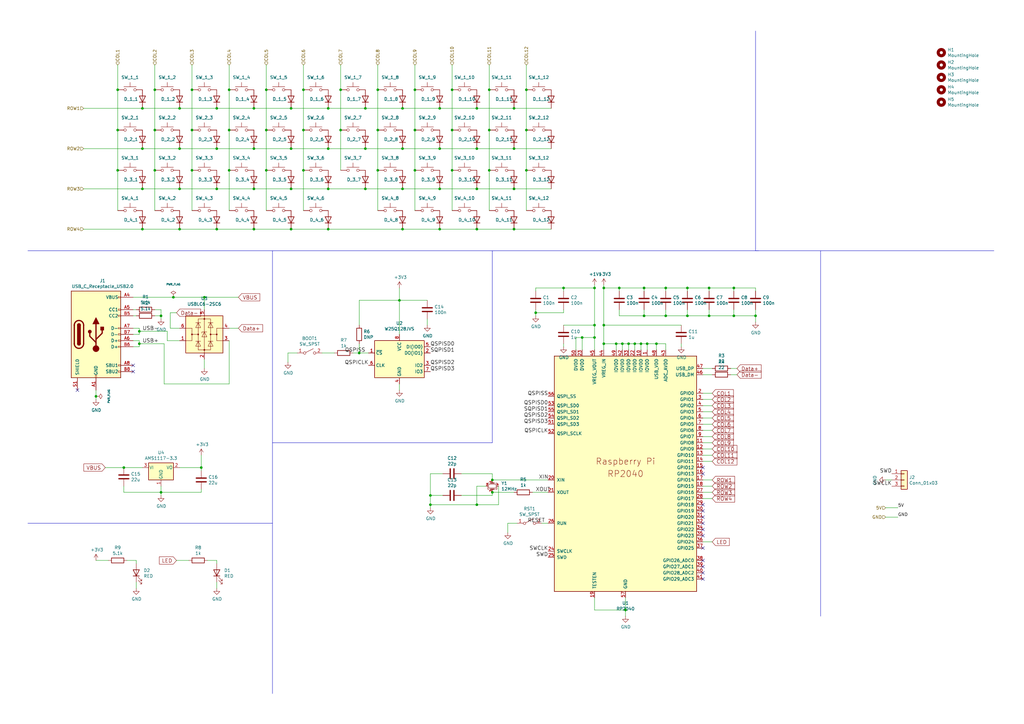
<source format=kicad_sch>
(kicad_sch (version 20230121) (generator eeschema)
  (paper "A3")
  (title_block (title "PyKey40 Lite") (date "2023-06-15") (rev "2023.3") (company "Richard Goulter (rgoulter)") (comment 1 "License: CERN-OHL-W (CERN OHL v2)") (comment 2 "Project: https://github.com/rgoulter/keyboard-labs") (comment 3 "Simplified subset of PyKey60 for JJ40-style PCB."))
  (junction (at 210.82 60.96))
  (junction (at 119.38 93.98))
  (junction (at 139.7 36.83))
  (junction (at 73.66 60.96))
  (junction (at 147.32 144.78))
  (junction (at 93.98 69.85))
  (junction (at 154.94 36.83))
  (junction (at 238.76 138.43))
  (junction (at 300.99 118.11))
  (junction (at 58.42 93.98))
  (junction (at 165.1 44.45))
  (junction (at 269.24 140.97))
  (junction (at 200.66 69.85))
  (junction (at 48.26 36.83))
  (junction (at 201.93 201.93))
  (junction (at 243.84 133.35))
  (junction (at 256.54 250.19))
  (junction (at 104.14 44.45))
  (junction (at 260.35 140.97))
  (junction (at 247.65 133.35))
  (junction (at 170.18 69.85))
  (junction (at 262.89 140.97))
  (junction (at 215.9 69.85))
  (junction (at 264.16 118.11))
  (junction (at 180.34 44.45))
  (junction (at 170.18 36.83))
  (junction (at 50.8 191.77))
  (junction (at 154.94 69.85))
  (junction (at 185.42 69.85))
  (junction (at 109.22 53.34))
  (junction (at 180.34 93.98))
  (junction (at 231.14 118.11))
  (junction (at 58.42 60.96))
  (junction (at 273.05 118.11))
  (junction (at 78.74 36.83))
  (junction (at 93.98 36.83))
  (junction (at 66.04 201.93))
  (junction (at 149.86 44.45))
  (junction (at 58.42 44.45))
  (junction (at 124.46 53.34))
  (junction (at 195.58 60.96))
  (junction (at 154.94 53.34))
  (junction (at 88.9 93.98))
  (junction (at 134.62 60.96))
  (junction (at 247.65 140.97))
  (junction (at 88.9 44.45))
  (junction (at 165.1 60.96))
  (junction (at 58.42 77.47))
  (junction (at 48.26 69.85))
  (junction (at 195.58 44.45))
  (junction (at 104.14 77.47))
  (junction (at 176.53 207.01))
  (junction (at 82.55 191.77))
  (junction (at 201.93 196.85))
  (junction (at 165.1 93.98))
  (junction (at 185.42 53.34))
  (junction (at 195.58 207.01))
  (junction (at 73.66 77.47))
  (junction (at 176.53 203.2))
  (junction (at 104.14 93.98))
  (junction (at 243.84 118.11))
  (junction (at 119.38 77.47))
  (junction (at 149.86 60.96))
  (junction (at 93.98 53.34))
  (junction (at 124.46 36.83))
  (junction (at 165.1 77.47))
  (junction (at 88.9 77.47))
  (junction (at 63.5 53.34))
  (junction (at 134.62 44.45))
  (junction (at 134.62 77.47))
  (junction (at 124.46 69.85))
  (junction (at 255.27 140.97))
  (junction (at 257.81 140.97))
  (junction (at 273.05 129.54))
  (junction (at 163.83 123.19))
  (junction (at 210.82 44.45))
  (junction (at 109.22 36.83))
  (junction (at 290.83 129.54))
  (junction (at 71.12 121.92))
  (junction (at 134.62 93.98))
  (junction (at 309.88 129.54))
  (junction (at 290.83 118.11))
  (junction (at 185.42 36.83))
  (junction (at 63.5 36.83))
  (junction (at 73.66 93.98))
  (junction (at 195.58 77.47))
  (junction (at 264.16 129.54))
  (junction (at 78.74 53.34))
  (junction (at 88.9 60.96))
  (junction (at 200.66 36.83))
  (junction (at 57.15 140.97))
  (junction (at 180.34 60.96))
  (junction (at 281.94 129.54))
  (junction (at 109.22 69.85))
  (junction (at 48.26 53.34))
  (junction (at 210.82 77.47))
  (junction (at 210.82 93.98))
  (junction (at 63.5 69.85))
  (junction (at 215.9 53.34))
  (junction (at 119.38 60.96))
  (junction (at 73.66 44.45))
  (junction (at 254 118.11))
  (junction (at 119.38 44.45))
  (junction (at 104.14 60.96))
  (junction (at 170.18 53.34))
  (junction (at 83.82 121.92))
  (junction (at 265.43 140.97))
  (junction (at 300.99 129.54))
  (junction (at 281.94 118.11))
  (junction (at 252.73 140.97))
  (junction (at 215.9 36.83))
  (junction (at 78.74 69.85))
  (junction (at 200.66 53.34))
  (junction (at 139.7 53.34))
  (junction (at 219.71 128.27))
  (junction (at 39.37 162.56))
  (junction (at 149.86 77.47))
  (junction (at 195.58 93.98))
  (junction (at 247.65 118.11))
  (junction (at 243.84 138.43))
  (junction (at 57.15 135.89))
  (junction (at 66.04 129.54))
  (junction (at 180.34 77.47))
  (no_connect (at 288.29 191.77))
  (no_connect (at 54.61 152.4))
  (no_connect (at 54.61 149.86))
  (no_connect (at 288.29 229.87))
  (no_connect (at 288.29 234.95))
  (no_connect (at 288.29 209.55))
  (no_connect (at 288.29 212.09))
  (no_connect (at 288.29 237.49))
  (no_connect (at 288.29 194.31))
  (no_connect (at 288.29 214.63))
  (no_connect (at 288.29 217.17))
  (no_connect (at 288.29 219.71))
  (no_connect (at 288.29 232.41))
  (no_connect (at 288.29 207.01))
  (no_connect (at 31.75 160.02))
  (no_connect (at 288.29 224.79))
  (wire (pts (xy 265.43 140.97) (xy 262.89 140.97)))
  (wire (pts (xy 93.98 134.62) (xy 97.79 134.62)))
  (wire (pts (xy 292.1 184.15) (xy 288.29 184.15)))
  (wire (pts (xy 82.55 191.77) (xy 82.55 193.04)))
  (wire (pts (xy 83.82 147.32) (xy 83.82 151.13)))
  (wire (pts (xy 199.39 199.39) (xy 195.58 199.39)))
  (wire (pts (xy 300.99 118.11) (xy 290.83 118.11)))
  (wire (pts (xy 48.26 26.67) (xy 48.26 36.83)))
  (wire (pts (xy 292.1 204.47) (xy 288.29 204.47)))
  (wire (pts (xy 195.58 77.47) (xy 210.82 77.47)))
  (wire (pts (xy 124.46 53.34) (xy 124.46 69.85)))
  (wire (pts (xy 256.54 250.19) (xy 256.54 252.73)))
  (wire (pts (xy 236.22 143.51) (xy 236.22 138.43)))
  (wire (pts (xy 200.66 26.67) (xy 200.66 36.83)))
  (wire (pts (xy 176.53 203.2) (xy 176.53 207.01)))
  (wire (pts (xy 104.14 77.47) (xy 119.38 77.47)))
  (wire (pts (xy 124.46 26.67) (xy 124.46 36.83)))
  (wire (pts (xy 254 127) (xy 254 129.54)))
  (wire (pts (xy 93.98 69.85) (xy 93.98 86.36)))
  (wire (pts (xy 55.88 129.54) (xy 54.61 129.54)))
  (wire (pts (xy 66.04 129.54) (xy 66.04 130.81)))
  (wire (pts (xy 279.4 140.97) (xy 279.4 142.24)))
  (wire (pts (xy 119.38 60.96) (xy 104.14 60.96)))
  (wire (pts (xy 292.1 153.67) (xy 288.29 153.67)))
  (wire (pts (xy 176.53 194.31) (xy 176.53 203.2)))
  (wire (pts (xy 57.15 139.7) (xy 57.15 140.97)))
  (wire (pts (xy 215.9 26.67) (xy 215.9 36.83)))
  (wire (pts (xy 73.66 93.98) (xy 58.42 93.98)))
  (wire (pts (xy 252.73 143.51) (xy 252.73 140.97)))
  (wire (pts (xy 134.62 60.96) (xy 149.86 60.96)))
  (wire (pts (xy 288.29 168.91) (xy 292.1 168.91)))
  (wire (pts (xy 290.83 127) (xy 290.83 129.54)))
  (wire (pts (xy 210.82 93.98) (xy 195.58 93.98)))
  (wire (pts (xy 73.66 134.62) (xy 69.85 134.62)))
  (wire (pts (xy 119.38 77.47) (xy 134.62 77.47)))
  (wire (pts (xy 132.08 144.78) (xy 137.16 144.78)))
  (wire (pts (xy 290.83 118.11) (xy 281.94 118.11)))
  (wire (pts (xy 255.27 143.51) (xy 255.27 140.97)))
  (wire (pts (xy 175.26 133.35) (xy 175.26 130.81)))
  (wire (pts (xy 299.72 151.13) (xy 302.26 151.13)))
  (wire (pts (xy 109.22 36.83) (xy 109.22 53.34)))
  (wire (pts (xy 63.5 129.54) (xy 66.04 129.54)))
  (wire (pts (xy 175.26 123.19) (xy 163.83 123.19)))
  (wire (pts (xy 134.62 77.47) (xy 149.86 77.47)))
  (wire (pts (xy 93.98 53.34) (xy 93.98 69.85)))
  (wire (pts (xy 195.58 77.47) (xy 180.34 77.47)))
  (wire (pts (xy 163.83 123.19) (xy 163.83 137.16)))
  (wire (pts (xy 243.84 133.35) (xy 231.14 133.35)))
  (wire (pts (xy 50.8 201.93) (xy 66.04 201.93)))
  (wire (pts (xy 247.65 143.51) (xy 247.65 140.97)))
  (polyline (pts (xy 336.55 102.87) (xy 336.55 252.73)))
  (wire (pts (xy 93.98 139.7) (xy 93.98 157.48)))
  (wire (pts (xy 309.88 118.11) (xy 300.99 118.11)))
  (wire (pts (xy 309.88 119.38) (xy 309.88 118.11)))
  (wire (pts (xy 180.34 44.45) (xy 195.58 44.45)))
  (wire (pts (xy 247.65 118.11) (xy 247.65 116.84)))
  (wire (pts (xy 67.31 157.48) (xy 93.98 157.48)))
  (wire (pts (xy 262.89 140.97) (xy 260.35 140.97)))
  (wire (pts (xy 208.28 214.63) (xy 208.28 218.44)))
  (wire (pts (xy 57.15 140.97) (xy 57.15 142.24)))
  (wire (pts (xy 292.1 199.39) (xy 288.29 199.39)))
  (wire (pts (xy 52.07 229.87) (xy 55.88 229.87)))
  (wire (pts (xy 243.84 118.11) (xy 243.84 116.84)))
  (wire (pts (xy 181.61 203.2) (xy 176.53 203.2)))
  (wire (pts (xy 264.16 129.54) (xy 273.05 129.54)))
  (wire (pts (xy 212.09 214.63) (xy 208.28 214.63)))
  (wire (pts (xy 201.93 201.93) (xy 201.93 203.2)))
  (wire (pts (xy 195.58 199.39) (xy 195.58 207.01)))
  (polyline (pts (xy 111.76 102.87) (xy 111.76 284.48)))
  (wire (pts (xy 139.7 26.67) (xy 139.7 36.83)))
  (wire (pts (xy 154.94 53.34) (xy 154.94 69.85)))
  (wire (pts (xy 292.1 196.85) (xy 288.29 196.85)))
  (wire (pts (xy 88.9 77.47) (xy 104.14 77.47)))
  (wire (pts (xy 78.74 26.67) (xy 78.74 36.83)))
  (wire (pts (xy 226.06 93.98) (xy 210.82 93.98)))
  (wire (pts (xy 82.55 186.69) (xy 82.55 191.77)))
  (wire (pts (xy 231.14 127) (xy 231.14 128.27)))
  (wire (pts (xy 69.85 128.27) (xy 72.39 128.27)))
  (wire (pts (xy 154.94 36.83) (xy 154.94 53.34)))
  (wire (pts (xy 134.62 44.45) (xy 149.86 44.45)))
  (wire (pts (xy 281.94 127) (xy 281.94 129.54)))
  (wire (pts (xy 124.46 69.85) (xy 124.46 86.36)))
  (wire (pts (xy 265.43 143.51) (xy 265.43 140.97)))
  (wire (pts (xy 180.34 60.96) (xy 195.58 60.96)))
  (wire (pts (xy 185.42 53.34) (xy 185.42 69.85)))
  (wire (pts (xy 73.66 60.96) (xy 88.9 60.96)))
  (wire (pts (xy 260.35 140.97) (xy 257.81 140.97)))
  (wire (pts (xy 264.16 119.38) (xy 264.16 118.11)))
  (wire (pts (xy 154.94 26.67) (xy 154.94 36.83)))
  (wire (pts (xy 200.66 36.83) (xy 200.66 53.34)))
  (wire (pts (xy 73.66 44.45) (xy 88.9 44.45)))
  (wire (pts (xy 257.81 140.97) (xy 255.27 140.97)))
  (polyline (pts (xy 11.43 214.63) (xy 111.76 214.63)))
  (wire (pts (xy 185.42 69.85) (xy 185.42 86.36)))
  (wire (pts (xy 260.35 143.51) (xy 260.35 140.97)))
  (wire (pts (xy 219.71 129.54) (xy 219.71 128.27)))
  (wire (pts (xy 288.29 179.07) (xy 292.1 179.07)))
  (wire (pts (xy 195.58 93.98) (xy 180.34 93.98)))
  (wire (pts (xy 254 129.54) (xy 264.16 129.54)))
  (wire (pts (xy 63.5 53.34) (xy 63.5 69.85)))
  (wire (pts (xy 273.05 140.97) (xy 269.24 140.97)))
  (wire (pts (xy 273.05 127) (xy 273.05 129.54)))
  (wire (pts (xy 63.5 69.85) (xy 63.5 86.36)))
  (wire (pts (xy 302.26 153.67) (xy 299.72 153.67)))
  (wire (pts (xy 139.7 53.34) (xy 139.7 69.85)))
  (wire (pts (xy 238.76 138.43) (xy 243.84 138.43)))
  (wire (pts (xy 48.26 36.83) (xy 48.26 53.34)))
  (wire (pts (xy 204.47 207.01) (xy 195.58 207.01)))
  (wire (pts (xy 300.99 119.38) (xy 300.99 118.11)))
  (wire (pts (xy 109.22 69.85) (xy 109.22 86.36)))
  (wire (pts (xy 210.82 44.45) (xy 226.06 44.45)))
  (polyline (pts (xy 309.88 102.87) (xy 311.15 102.87)))
  (wire (pts (xy 93.98 26.67) (xy 93.98 36.83)))
  (wire (pts (xy 163.83 160.02) (xy 163.83 157.48)))
  (wire (pts (xy 119.38 93.98) (xy 104.14 93.98)))
  (wire (pts (xy 195.58 44.45) (xy 210.82 44.45)))
  (wire (pts (xy 279.4 133.35) (xy 247.65 133.35)))
  (wire (pts (xy 195.58 207.01) (xy 176.53 207.01)))
  (wire (pts (xy 170.18 69.85) (xy 170.18 86.36)))
  (wire (pts (xy 48.26 69.85) (xy 48.26 86.36)))
  (wire (pts (xy 185.42 26.67) (xy 185.42 36.83)))
  (wire (pts (xy 67.31 140.97) (xy 67.31 157.48)))
  (wire (pts (xy 88.9 93.98) (xy 73.66 93.98)))
  (wire (pts (xy 254 119.38) (xy 254 118.11)))
  (wire (pts (xy 231.14 118.11) (xy 219.71 118.11)))
  (wire (pts (xy 200.66 69.85) (xy 200.66 86.36)))
  (wire (pts (xy 78.74 53.34) (xy 78.74 69.85)))
  (wire (pts (xy 39.37 162.56) (xy 39.37 163.83)))
  (wire (pts (xy 288.29 166.37) (xy 292.1 166.37)))
  (wire (pts (xy 104.14 44.45) (xy 119.38 44.45)))
  (wire (pts (xy 288.29 176.53) (xy 292.1 176.53)))
  (wire (pts (xy 48.26 53.34) (xy 48.26 69.85)))
  (wire (pts (xy 58.42 44.45) (xy 34.29 44.45)))
  (wire (pts (xy 309.88 129.54) (xy 309.88 132.08)))
  (wire (pts (xy 134.62 93.98) (xy 119.38 93.98)))
  (wire (pts (xy 39.37 229.87) (xy 44.45 229.87)))
  (wire (pts (xy 73.66 191.77) (xy 82.55 191.77)))
  (wire (pts (xy 363.22 212.09) (xy 368.3 212.09)))
  (wire (pts (xy 255.27 140.97) (xy 252.73 140.97)))
  (wire (pts (xy 290.83 119.38) (xy 290.83 118.11)))
  (polyline (pts (xy 201.93 181.61) (xy 111.76 181.61)))
  (wire (pts (xy 200.66 53.34) (xy 200.66 69.85)))
  (wire (pts (xy 149.86 44.45) (xy 165.1 44.45)))
  (wire (pts (xy 83.82 121.92) (xy 83.82 127)))
  (wire (pts (xy 147.32 140.97) (xy 147.32 144.78)))
  (wire (pts (xy 288.29 163.83) (xy 292.1 163.83)))
  (wire (pts (xy 58.42 60.96) (xy 73.66 60.96)))
  (wire (pts (xy 63.5 127) (xy 66.04 127)))
  (wire (pts (xy 176.53 207.01) (xy 176.53 208.28)))
  (wire (pts (xy 68.58 139.7) (xy 68.58 135.89)))
  (wire (pts (xy 109.22 26.67) (xy 109.22 36.83)))
  (wire (pts (xy 57.15 137.16) (xy 54.61 137.16)))
  (wire (pts (xy 147.32 144.78) (xy 144.78 144.78)))
  (wire (pts (xy 72.39 229.87) (xy 77.47 229.87)))
  (wire (pts (xy 118.11 144.78) (xy 118.11 148.59)))
  (wire (pts (xy 88.9 238.76) (xy 88.9 241.3)))
  (wire (pts (xy 288.29 189.23) (xy 292.1 189.23)))
  (wire (pts (xy 243.84 250.19) (xy 256.54 250.19)))
  (wire (pts (xy 165.1 77.47) (xy 180.34 77.47)))
  (wire (pts (xy 247.65 140.97) (xy 247.65 133.35)))
  (wire (pts (xy 57.15 140.97) (xy 67.31 140.97)))
  (wire (pts (xy 210.82 201.93) (xy 201.93 201.93)))
  (wire (pts (xy 252.73 140.97) (xy 247.65 140.97)))
  (wire (pts (xy 69.85 134.62) (xy 69.85 128.27)))
  (wire (pts (xy 273.05 119.38) (xy 273.05 118.11)))
  (wire (pts (xy 204.47 199.39) (xy 204.47 207.01)))
  (wire (pts (xy 170.18 53.34) (xy 170.18 69.85)))
  (wire (pts (xy 58.42 60.96) (xy 34.29 60.96)))
  (wire (pts (xy 288.29 171.45) (xy 292.1 171.45)))
  (polyline (pts (xy 11.43 102.87) (xy 407.67 102.87)))
  (wire (pts (xy 78.74 36.83) (xy 78.74 53.34)))
  (wire (pts (xy 54.61 139.7) (xy 57.15 139.7)))
  (wire (pts (xy 215.9 69.85) (xy 215.9 86.36)))
  (wire (pts (xy 134.62 93.98) (xy 165.1 93.98)))
  (wire (pts (xy 243.84 133.35) (xy 243.84 118.11)))
  (wire (pts (xy 290.83 129.54) (xy 300.99 129.54)))
  (wire (pts (xy 288.29 201.93) (xy 292.1 201.93)))
  (wire (pts (xy 222.25 214.63) (xy 224.79 214.63)))
  (wire (pts (xy 219.71 118.11) (xy 219.71 119.38)))
  (wire (pts (xy 66.04 199.39) (xy 66.04 201.93)))
  (wire (pts (xy 104.14 93.98) (xy 88.9 93.98)))
  (wire (pts (xy 288.29 181.61) (xy 292.1 181.61)))
  (wire (pts (xy 85.09 229.87) (xy 88.9 229.87)))
  (wire (pts (xy 170.18 26.67) (xy 170.18 36.83)))
  (wire (pts (xy 262.89 143.51) (xy 262.89 140.97)))
  (wire (pts (xy 50.8 191.77) (xy 58.42 191.77)))
  (wire (pts (xy 63.5 36.83) (xy 63.5 53.34)))
  (wire (pts (xy 224.79 196.85) (xy 201.93 196.85)))
  (wire (pts (xy 288.29 161.29) (xy 292.1 161.29)))
  (wire (pts (xy 163.83 118.11) (xy 163.83 123.19)))
  (wire (pts (xy 170.18 36.83) (xy 170.18 53.34)))
  (wire (pts (xy 66.04 127) (xy 66.04 129.54)))
  (wire (pts (xy 83.82 121.92) (xy 97.79 121.92)))
  (wire (pts (xy 243.84 118.11) (xy 231.14 118.11)))
  (wire (pts (xy 119.38 60.96) (xy 134.62 60.96)))
  (wire (pts (xy 88.9 229.87) (xy 88.9 231.14)))
  (wire (pts (xy 231.14 119.38) (xy 231.14 118.11)))
  (wire (pts (xy 236.22 138.43) (xy 238.76 138.43)))
  (polyline (pts (xy 201.93 102.87) (xy 201.93 181.61)))
  (wire (pts (xy 288.29 186.69) (xy 292.1 186.69)))
  (wire (pts (xy 54.61 121.92) (xy 71.12 121.92)))
  (wire (pts (xy 73.66 139.7) (xy 68.58 139.7)))
  (wire (pts (xy 149.86 77.47) (xy 165.1 77.47)))
  (wire (pts (xy 273.05 129.54) (xy 281.94 129.54)))
  (wire (pts (xy 185.42 36.83) (xy 185.42 53.34)))
  (wire (pts (xy 243.84 138.43) (xy 243.84 133.35)))
  (wire (pts (xy 264.16 127) (xy 264.16 129.54)))
  (wire (pts (xy 243.84 245.11) (xy 243.84 250.19)))
  (wire (pts (xy 201.93 203.2) (xy 189.23 203.2)))
  (wire (pts (xy 121.92 144.78) (xy 118.11 144.78)))
  (wire (pts (xy 269.24 140.97) (xy 265.43 140.97)))
  (wire (pts (xy 71.12 121.92) (xy 83.82 121.92)))
  (wire (pts (xy 288.29 151.13) (xy 292.1 151.13)))
  (wire (pts (xy 39.37 160.02) (xy 39.37 162.56)))
  (wire (pts (xy 195.58 60.96) (xy 210.82 60.96)))
  (wire (pts (xy 288.29 222.25) (xy 292.1 222.25)))
  (wire (pts (xy 151.13 144.78) (xy 147.32 144.78)))
  (wire (pts (xy 254 118.11) (xy 247.65 118.11)))
  (wire (pts (xy 269.24 143.51) (xy 269.24 140.97)))
  (wire (pts (xy 43.18 191.77) (xy 50.8 191.77)))
  (wire (pts (xy 264.16 118.11) (xy 254 118.11)))
  (wire (pts (xy 165.1 60.96) (xy 180.34 60.96)))
  (polyline (pts (xy 309.88 12.7) (xy 309.88 102.87)))
  (wire (pts (xy 201.93 194.31) (xy 189.23 194.31)))
  (wire (pts (xy 58.42 93.98) (xy 34.29 93.98)))
  (wire (pts (xy 73.66 77.47) (xy 88.9 77.47)))
  (wire (pts (xy 363.22 196.85) (xy 365.76 196.85)))
  (wire (pts (xy 363.22 208.28) (xy 368.3 208.28)))
  (wire (pts (xy 256.54 245.11) (xy 256.54 250.19)))
  (wire (pts (xy 201.93 196.85) (xy 201.93 194.31)))
  (wire (pts (xy 215.9 36.83) (xy 215.9 53.34)))
  (wire (pts (xy 165.1 44.45) (xy 180.34 44.45)))
  (wire (pts (xy 309.88 127) (xy 309.88 129.54)))
  (wire (pts (xy 147.32 123.19) (xy 147.32 133.35)))
  (wire (pts (xy 57.15 142.24) (xy 54.61 142.24)))
  (wire (pts (xy 257.81 143.51) (xy 257.81 140.97)))
  (wire (pts (xy 109.22 53.34) (xy 109.22 69.85)))
  (wire (pts (xy 300.99 129.54) (xy 309.88 129.54)))
  (wire (pts (xy 181.61 194.31) (xy 176.53 194.31)))
  (wire (pts (xy 281.94 129.54) (xy 290.83 129.54)))
  (wire (pts (xy 139.7 36.83) (xy 139.7 53.34)))
  (wire (pts (xy 82.55 200.66) (xy 82.55 201.93)))
  (wire (pts (xy 82.55 201.93) (xy 66.04 201.93)))
  (wire (pts (xy 210.82 60.96) (xy 226.06 60.96)))
  (wire (pts (xy 180.34 93.98) (xy 165.1 93.98)))
  (wire (pts (xy 163.83 123.19) (xy 147.32 123.19)))
  (wire (pts (xy 78.74 69.85) (xy 78.74 86.36)))
  (wire (pts (xy 58.42 44.45) (xy 73.66 44.45)))
  (wire (pts (xy 88.9 44.45) (xy 104.14 44.45)))
  (wire (pts (xy 57.15 134.62) (xy 57.15 135.89)))
  (wire (pts (xy 215.9 53.34) (xy 215.9 69.85)))
  (wire (pts (xy 93.98 36.83) (xy 93.98 53.34)))
  (wire (pts (xy 54.61 134.62) (xy 57.15 134.62)))
  (wire (pts (xy 231.14 128.27) (xy 219.71 128.27)))
  (wire (pts (xy 58.42 77.47) (xy 73.66 77.47)))
  (wire (pts (xy 273.05 143.51) (xy 273.05 140.97)))
  (wire (pts (xy 88.9 60.96) (xy 104.14 60.96)))
  (wire (pts (xy 238.76 143.51) (xy 238.76 138.43)))
  (wire (pts (xy 68.58 135.89) (xy 57.15 135.89)))
  (wire (pts (xy 66.04 201.93) (xy 66.04 203.2)))
  (wire (pts (xy 55.88 229.87) (xy 55.88 231.14)))
  (wire (pts (xy 58.42 77.47) (xy 34.29 77.47)))
  (wire (pts (xy 54.61 127) (xy 55.88 127)))
  (wire (pts (xy 226.06 77.47) (xy 210.82 77.47)))
  (wire (pts (xy 273.05 118.11) (xy 264.16 118.11)))
  (wire (pts (xy 224.79 201.93) (xy 218.44 201.93)))
  (wire (pts (xy 247.65 133.35) (xy 247.65 118.11)))
  (wire (pts (xy 300.99 127) (xy 300.99 129.54)))
  (wire (pts (xy 55.88 238.76) (xy 55.88 241.3)))
  (wire (pts (xy 231.14 140.97) (xy 231.14 142.24)))
  (wire (pts (xy 134.62 44.45) (xy 119.38 44.45)))
  (wire (pts (xy 50.8 199.39) (xy 50.8 201.93)))
  (wire (pts (xy 219.71 128.27) (xy 219.71 127)))
  (wire (pts (xy 63.5 26.67) (xy 63.5 36.83)))
  (wire (pts (xy 57.15 135.89) (xy 57.15 137.16)))
  (wire (pts (xy 149.86 60.96) (xy 165.1 60.96)))
  (wire (pts (xy 154.94 69.85) (xy 154.94 86.36)))
  (wire (pts (xy 243.84 143.51) (xy 243.84 138.43)))
  (wire (pts (xy 281.94 119.38) (xy 281.94 118.11)))
  (wire (pts (xy 281.94 118.11) (xy 273.05 118.11)))
  (wire (pts (xy 124.46 36.83) (xy 124.46 53.34)))
  (wire (pts (xy 288.29 173.99) (xy 292.1 173.99)))
  (label "USB+" (at 58.42 140.97 0) (effects (font (size 1.524 1.524))))
  (label "GND" (at 368.3 212.09 0))
  (label "RESET" (at 223.52 214.63 180) (effects (font (size 1.524 1.524))))
  (label "XOUT" (at 219.71 201.93 0) (effects (font (size 1.524 1.524))))
  (label "SWCLK" (at 224.79 226.06 180) (effects (font (size 1.524 1.524))))
  (label "QSPISD3" (at 224.79 173.99 180) (effects (font (size 1.524 1.524))))
  (label "USB-" (at 58.42 135.89 0) (effects (font (size 1.524 1.524))))
  (label "QSPISS" (at 224.79 162.56 180) (effects (font (size 1.524 1.524))))
  (label "QSPICLK" (at 151.13 149.86 180) (effects (font (size 1.524 1.524))))
  (label "SWCLK" (at 365.76 199.39 180) (effects (font (size 1.524 1.524))))
  (label "5V" (at 368.3 208.28 0))
  (label "QSPISS" (at 149.86 144.78 180) (effects (font (size 1.524 1.524))))
  (label "QSPICLK" (at 224.79 177.8 180) (effects (font (size 1.524 1.524))))
  (label "SWD" (at 365.76 194.31 180) (effects (font (size 1.524 1.524))))
  (label "QSPISD0" (at 224.79 166.37 180) (effects (font (size 1.524 1.524))))
  (label "SQPISD1" (at 224.79 168.91 180) (effects (font (size 1.524 1.524))))
  (label "QSPISD0" (at 176.53 142.24 0) (effects (font (size 1.524 1.524))))
  (label "QSPISD2" (at 224.79 171.45 180) (effects (font (size 1.524 1.524))))
  (label "QSPISD2" (at 176.53 149.86 0) (effects (font (size 1.524 1.524))))
  (label "SQPISD1" (at 176.53 144.78 0) (effects (font (size 1.524 1.524))))
  (label "XIN" (at 220.98 196.85 0) (effects (font (size 1.524 1.524))))
  (label "SWD" (at 224.79 228.6 180) (effects (font (size 1.524 1.524))))
  (label "QSPISD3" (at 176.53 152.4 0) (effects (font (size 1.524 1.524))))
  (global_label "COL3" (shape input) (at 292.1 166.37 0) (effects (font (size 1.524 1.524))) (property "Intersheetrefs" "${INTERSHEET_REFS}" (effects hide)))
  (global_label "LED" (shape input) (at 292.1 222.25 0) (effects (font (size 1.524 1.524))) (property "Intersheetrefs" "${INTERSHEET_REFS}" (effects hide)))
  (global_label "COL12" (shape input) (at 292.1 189.23 0) (effects (font (size 1.524 1.524))) (property "Intersheetrefs" "${INTERSHEET_REFS}" (effects hide)))
  (global_label "Data-" (shape input) (at 72.39 128.27 0) (effects (font (size 1.524 1.524))) (property "Intersheetrefs" "${INTERSHEET_REFS}" (effects hide)))
  (global_label "VBUS" (shape input) (at 97.79 121.92 0) (effects (font (size 1.524 1.524))) (property "Intersheetrefs" "${INTERSHEET_REFS}" (effects hide)))
  (global_label "COL2" (shape input) (at 292.1 163.83 0) (effects (font (size 1.524 1.524))) (property "Intersheetrefs" "${INTERSHEET_REFS}" (effects hide)))
  (global_label "COL8" (shape input) (at 292.1 179.07 0) (effects (font (size 1.524 1.524))) (property "Intersheetrefs" "${INTERSHEET_REFS}" (effects hide)))
  (global_label "Data+" (shape input) (at 97.79 134.62 0) (effects (font (size 1.524 1.524))) (property "Intersheetrefs" "${INTERSHEET_REFS}" (effects hide)))
  (global_label "ROW3" (shape input) (at 292.1 201.93 0) (effects (font (size 1.524 1.524))) (property "Intersheetrefs" "${INTERSHEET_REFS}" (effects hide)))
  (global_label "COL11" (shape input) (at 292.1 186.69 0) (effects (font (size 1.524 1.524))) (property "Intersheetrefs" "${INTERSHEET_REFS}" (effects hide)))
  (global_label "ROW4" (shape input) (at 292.1 204.47 0) (effects (font (size 1.524 1.524))) (property "Intersheetrefs" "${INTERSHEET_REFS}" (effects hide)))
  (global_label "Data+" (shape input) (at 302.26 151.13 0) (effects (font (size 1.524 1.524))) (property "Intersheetrefs" "${INTERSHEET_REFS}" (effects hide)))
  (global_label "Data-" (shape input) (at 302.26 153.67 0) (effects (font (size 1.524 1.524))) (property "Intersheetrefs" "${INTERSHEET_REFS}" (effects hide)))
  (global_label "ROW1" (shape input) (at 292.1 196.85 0) (effects (font (size 1.524 1.524))) (property "Intersheetrefs" "${INTERSHEET_REFS}" (effects hide)))
  (global_label "LED" (shape input) (at 72.39 229.87 180) (effects (font (size 1.524 1.524))) (property "Intersheetrefs" "${INTERSHEET_REFS}" (effects hide)))
  (global_label "COL6" (shape input) (at 292.1 173.99 0) (effects (font (size 1.524 1.524))) (property "Intersheetrefs" "${INTERSHEET_REFS}" (effects hide)))
  (global_label "VBUS" (shape input) (at 43.18 191.77 180) (effects (font (size 1.524 1.524))) (property "Intersheetrefs" "${INTERSHEET_REFS}" (effects hide)))
  (global_label "ROW2" (shape input) (at 292.1 199.39 0) (effects (font (size 1.524 1.524))) (property "Intersheetrefs" "${INTERSHEET_REFS}" (effects hide)))
  (global_label "COL7" (shape input) (at 292.1 176.53 0) (effects (font (size 1.524 1.524))) (property "Intersheetrefs" "${INTERSHEET_REFS}" (effects hide)))
  (global_label "COL4" (shape input) (at 292.1 168.91 0) (effects (font (size 1.524 1.524))) (property "Intersheetrefs" "${INTERSHEET_REFS}" (effects hide)))
  (global_label "COL1" (shape input) (at 292.1 161.29 0) (effects (font (size 1.524 1.524))) (property "Intersheetrefs" "${INTERSHEET_REFS}" (effects hide)))
  (global_label "COL5" (shape input) (at 292.1 171.45 0) (effects (font (size 1.524 1.524))) (property "Intersheetrefs" "${INTERSHEET_REFS}" (effects hide)))
  (global_label "COL10" (shape input) (at 292.1 184.15 0) (effects (font (size 1.524 1.524))) (property "Intersheetrefs" "${INTERSHEET_REFS}" (effects hide)))
  (global_label "COL9" (shape input) (at 292.1 181.61 0) (effects (font (size 1.524 1.524))) (property "Intersheetrefs" "${INTERSHEET_REFS}" (effects hide)))
  (hierarchical_label "COL6" (shape input) (at 124.46 26.67 90))
  (hierarchical_label "COL5" (shape input) (at 109.22 26.67 90))
  (hierarchical_label "COL1" (shape input) (at 48.26 26.67 90))
  (hierarchical_label "COL2" (shape input) (at 63.5 26.67 90))
  (hierarchical_label "COL9" (shape input) (at 170.18 26.67 90))
  (hierarchical_label "COL7" (shape input) (at 139.7 26.67 90))
  (hierarchical_label "GND" (shape input) (at 363.22 212.09 180))
  (hierarchical_label "ROW1" (shape input) (at 34.29 44.45 180))
  (hierarchical_label "COL12" (shape input) (at 215.9 26.67 90))
  (hierarchical_label "ROW3" (shape input) (at 34.29 77.47 180))
  (hierarchical_label "COL8" (shape input) (at 154.94 26.67 90))
  (hierarchical_label "COL4" (shape input) (at 93.98 26.67 90))
  (hierarchical_label "ROW2" (shape input) (at 34.29 60.96 180))
  (hierarchical_label "5V" (shape input) (at 363.22 208.28 180))
  (hierarchical_label "ROW4" (shape input) (at 34.29 93.98 180))
  (hierarchical_label "COL10" (shape input) (at 185.42 26.67 90))
  (hierarchical_label "COL11" (shape input) (at 200.66 26.67 90))
  (hierarchical_label "COL3" (shape input) (at 78.74 26.67 90))
  (symbol (lib_id "Connector:USB_C_Receptacle_USB2.0") (at 39.37 137.16 0) (unit 1)
    (property "Reference" "J1" (at 42.0878 115.1382 0))
    (property "Value" "USB_C_Receptacle_USB2.0" (at 42.0878 117.4496 0))
    (property "Footprint" "Connector_USB:USB_C_Receptacle_HRO_TYPE-C-31-M-12" (effects hide))
    (property "Datasheet" "https://www.usb.org/sites/default/files/documents/usb_type-c.zip" (effects hide))
  )
  (symbol (lib_id "power:GND") (at 39.37 163.83 0) (unit 1)
    (property "Reference" "#PWR03" (effects hide))
    (property "Value" "GND" (at 39.497 168.2242 0))
  )
  (symbol (lib_id "MCU_RaspberryPi_RP2040:RP2040") (at 256.54 194.31 0) (unit 1)
    (property "Reference" "U1" (at 256.54 247.3706 0))
    (property "Value" "RP2040" (at 256.54 249.682 0))
    (property "Footprint" "RP2040_minimal:RP2040-QFN-56" (effects hide))
    (property "LCSC" "C2040" (effects hide))
  )
  (symbol (lib_id "Memory_Flash:W25Q128JVS") (at 163.83 147.32 0) (unit 1)
    (property "Reference" "U2" (at 163.83 132.5626 0))
    (property "Value" "W25Q128JVS" (at 163.83 134.874 0))
    (property "Footprint" "Package_SO:SOIC-8_5.23x5.23mm_P1.27mm" (effects hide))
    (property "Datasheet" "http://www.winbond.com/resource-files/w25q128jv_dtr%20revc%2003272018%20plus.pdf" (effects hide))
    (property "LCSC" "C97521" (effects hide))
  )
  (symbol (lib_id "Power_Protection:USBLC6-2SC6") (at 83.82 137.16 0) (unit 1)
    (property "Reference" "U3" (at 83.82 122.4026 0))
    (property "Value" "USBLC6-2SC6" (at 83.82 124.714 0))
    (property "Footprint" "Package_TO_SOT_SMD:SOT-23-6" (effects hide))
    (property "Datasheet" "https://www.st.com/resource/en/datasheet/usblc6-2.pdf" (effects hide))
    (property "LCSC" "C558442" (effects hide))
  )
  (symbol (lib_id "power:GND") (at 83.82 151.13 0) (unit 1)
    (property "Reference" "#PWR02" (effects hide))
    (property "Value" "GND" (at 83.947 155.5242 0))
  )
  (symbol (lib_id "Device:R") (at 59.69 127 270) (unit 1)
    (property "Reference" "R1" (at 59.69 121.7422 90))
    (property "Value" "5.1k" (at 59.69 124.0536 90))
    (property "Footprint" "Resistor_SMD:R_0603_1608Metric" (effects hide))
    (property "LCSC" "C23186" (effects hide))
  )
  (symbol (lib_id "Device:R") (at 59.69 129.54 270) (unit 1)
    (property "Reference" "R2" (at 59.69 124.2822 90))
    (property "Value" "5.1k" (at 59.69 126.5936 90))
    (property "Footprint" "Resistor_SMD:R_0603_1608Metric" (effects hide))
    (property "LCSC" "C23186" (effects hide))
  )
  (symbol (lib_id "power:GND") (at 66.04 130.81 0) (unit 1)
    (property "Reference" "#PWR01" (effects hide))
    (property "Value" "GND" (at 66.167 135.2042 0))
  )
  (symbol (lib_id "Device:R") (at 140.97 144.78 270) (unit 1)
    (property "Reference" "R7" (at 140.97 139.5222 90))
    (property "Value" "1k" (at 140.97 141.8336 90))
    (property "Footprint" "Resistor_SMD:R_0603_1608Metric" (effects hide))
    (property "LCSC" "C21190" (effects hide))
  )
  (symbol (lib_id "Device:R") (at 147.32 137.16 180) (unit 1)
    (property "Reference" "R6" (at 149.098 135.9916 0) (effects (justify right)))
    (property "Value" "DNP" (at 149.098 138.303 0) (effects (justify right)))
    (property "Footprint" "Resistor_SMD:R_0603_1608Metric" (effects hide))
  )
  (symbol (lib_id "Device:C") (at 175.26 127 0) (unit 1)
    (property "Reference" "C14" (at 178.181 125.8316 0) (effects (justify left)))
    (property "Value" "100n" (at 178.181 128.143 0) (effects (justify left)))
    (property "Footprint" "Capacitor_SMD:C_0603_1608Metric" (effects hide))
    (property "LCSC" "C14663" (effects hide))
  )
  (symbol (lib_id "power:GND") (at 163.83 160.02 0) (unit 1)
    (property "Reference" "#PWR0101" (effects hide))
    (property "Value" "GND" (at 163.957 164.4142 0))
  )
  (symbol (lib_id "power:GND") (at 118.11 148.59 0) (unit 1)
    (property "Reference" "#PWR0102" (effects hide))
    (property "Value" "GND" (at 118.237 152.9842 0))
  )
  (symbol (lib_id "power:GND") (at 175.26 133.35 0) (unit 1)
    (property "Reference" "#PWR0103" (effects hide))
    (property "Value" "GND" (at 175.387 137.7442 0))
  )
  (symbol (lib_id "power:GND") (at 256.54 252.73 0) (unit 1)
    (property "Reference" "#PWR0104" (effects hide))
    (property "Value" "GND" (at 256.667 257.1242 0))
  )
  (symbol (lib_id "Switch:SW_SPST") (at 217.17 214.63 0) (unit 1)
    (property "Reference" "RST1" (at 217.17 208.661 0))
    (property "Value" "SW_SPST" (at 217.17 210.9724 0))
    (property "Footprint" "Connector_Wire:SolderWire-0.5sqmm_1x02_P4.6mm_D0.9mm_OD2.1mm" (effects hide))
  )
  (symbol (lib_id "power:GND") (at 208.28 218.44 0) (unit 1)
    (property "Reference" "#PWR0105" (effects hide))
    (property "Value" "GND" (at 208.407 222.8342 0))
  )
  (symbol (lib_id "Device:R") (at 295.91 151.13 270) (unit 1)
    (property "Reference" "R3" (at 295.91 145.8722 90))
    (property "Value" "22" (at 295.91 148.1836 90))
    (property "Footprint" "Resistor_SMD:R_0603_1608Metric" (effects hide))
    (property "LCSC" "C23345" (effects hide))
  )
  (symbol (lib_id "Device:R") (at 295.91 153.67 270) (unit 1)
    (property "Reference" "R4" (at 295.91 148.4122 90))
    (property "Value" "22" (at 295.91 150.7236 90))
    (property "Footprint" "Resistor_SMD:R_0603_1608Metric" (effects hide))
    (property "LCSC" "C23345" (effects hide))
  )
  (symbol (lib_id "power:+1V1") (at 243.84 116.84 0) (unit 1)
    (property "Reference" "#PWR0106" (effects hide))
    (property "Value" "+1V1" (at 244.221 112.4458 0))
  )
  (symbol (lib_id "power:+3V3") (at 247.65 116.84 0) (unit 1)
    (property "Reference" "#PWR0107" (effects hide))
    (property "Value" "+3V3" (at 248.031 112.4458 0))
  )
  (symbol (lib_id "power:+3V3") (at 163.83 118.11 0) (unit 1)
    (property "Reference" "#PWR0108" (effects hide))
    (property "Value" "+3V3" (at 164.211 113.7158 0))
  )
  (symbol (lib_id "Device:C") (at 254 123.19 0) (unit 1)
    (property "Reference" "C3" (at 256.921 122.0216 0) (effects (justify left)))
    (property "Value" "100n" (at 256.921 124.333 0) (effects (justify left)))
    (property "Footprint" "Capacitor_SMD:C_0603_1608Metric" (effects hide))
    (property "LCSC" "C14663" (effects hide))
  )
  (symbol (lib_id "Device:C") (at 264.16 123.19 0) (unit 1)
    (property "Reference" "C4" (at 267.081 122.0216 0) (effects (justify left)))
    (property "Value" "100n" (at 267.081 124.333 0) (effects (justify left)))
    (property "Footprint" "Capacitor_SMD:C_0603_1608Metric" (effects hide))
    (property "LCSC" "C14663" (effects hide))
  )
  (symbol (lib_id "Device:C") (at 273.05 123.19 0) (unit 1)
    (property "Reference" "C5" (at 275.971 122.0216 0) (effects (justify left)))
    (property "Value" "100n" (at 275.971 124.333 0) (effects (justify left)))
    (property "Footprint" "Capacitor_SMD:C_0603_1608Metric" (effects hide))
    (property "LCSC" "C14663" (effects hide))
  )
  (symbol (lib_id "Device:C") (at 281.94 123.19 0) (unit 1)
    (property "Reference" "C6" (at 284.861 122.0216 0) (effects (justify left)))
    (property "Value" "100n" (at 284.861 124.333 0) (effects (justify left)))
    (property "Footprint" "Capacitor_SMD:C_0603_1608Metric" (effects hide))
    (property "LCSC" "C14663" (effects hide))
  )
  (symbol (lib_id "Device:C") (at 290.83 123.19 0) (unit 1)
    (property "Reference" "C7" (at 293.751 122.0216 0) (effects (justify left)))
    (property "Value" "100n" (at 293.751 124.333 0) (effects (justify left)))
    (property "Footprint" "Capacitor_SMD:C_0603_1608Metric" (effects hide))
    (property "LCSC" "C14663" (effects hide))
  )
  (symbol (lib_id "Device:C") (at 300.99 123.19 0) (unit 1)
    (property "Reference" "C8" (at 303.911 122.0216 0) (effects (justify left)))
    (property "Value" "100n" (at 303.911 124.333 0) (effects (justify left)))
    (property "Footprint" "Capacitor_SMD:C_0603_1608Metric" (effects hide))
    (property "LCSC" "C14663" (effects hide))
  )
  (symbol (lib_id "Device:C") (at 309.88 123.19 0) (unit 1)
    (property "Reference" "C9" (at 312.801 122.0216 0) (effects (justify left)))
    (property "Value" "100n" (at 312.801 124.333 0) (effects (justify left)))
    (property "Footprint" "Capacitor_SMD:C_0603_1608Metric" (effects hide))
    (property "LCSC" "C14663" (effects hide))
  )
  (symbol (lib_id "Device:C") (at 231.14 123.19 0) (unit 1)
    (property "Reference" "C2" (at 234.061 122.0216 0) (effects (justify left)))
    (property "Value" "100n" (at 234.061 124.333 0) (effects (justify left)))
    (property "Footprint" "Capacitor_SMD:C_0603_1608Metric" (effects hide))
    (property "LCSC" "C14663" (effects hide))
  )
  (symbol (lib_id "Device:C") (at 219.71 123.19 0) (unit 1)
    (property "Reference" "C1" (at 222.631 122.0216 0) (effects (justify left)))
    (property "Value" "100n" (at 222.631 124.333 0) (effects (justify left)))
    (property "Footprint" "Capacitor_SMD:C_0603_1608Metric" (effects hide))
    (property "LCSC" "C14663" (effects hide))
  )
  (symbol (lib_id "Device:C") (at 231.14 137.16 0) (unit 1)
    (property "Reference" "C10" (at 234.061 135.9916 0) (effects (justify left)))
    (property "Value" "1u" (at 234.061 138.303 0) (effects (justify left)))
    (property "Footprint" "Capacitor_SMD:C_0603_1608Metric" (effects hide))
    (property "LCSC" "C15849" (effects hide))
  )
  (symbol (lib_id "Device:C") (at 279.4 137.16 0) (unit 1)
    (property "Reference" "C11" (at 282.321 135.9916 0) (effects (justify left)))
    (property "Value" "1u" (at 282.321 138.303 0) (effects (justify left)))
    (property "Footprint" "Capacitor_SMD:C_0603_1608Metric" (effects hide))
    (property "LCSC" "C15849" (effects hide))
  )
  (symbol (lib_id "power:GND") (at 219.71 129.54 0) (unit 1)
    (property "Reference" "#PWR0109" (effects hide))
    (property "Value" "GND" (at 219.837 133.9342 0))
  )
  (symbol (lib_id "power:GND") (at 231.14 142.24 0) (unit 1)
    (property "Reference" "#PWR0110" (effects hide))
    (property "Value" "GND" (at 231.267 146.6342 0))
  )
  (symbol (lib_id "power:GND") (at 279.4 142.24 0) (unit 1)
    (property "Reference" "#PWR0111" (effects hide))
    (property "Value" "GND" (at 279.527 146.6342 0))
  )
  (symbol (lib_id "power:GND") (at 309.88 132.08 0) (unit 1)
    (property "Reference" "#PWR0112" (effects hide))
    (property "Value" "GND" (at 310.007 136.4742 0))
  )
  (symbol (lib_id "Device:Crystal_GND24_Small") (at 201.93 199.39 270) (unit 1)
    (property "Reference" "Y1" (at 205.5876 198.2216 90) (effects (justify left)))
    (property "Value" "12MHz" (at 205.5876 200.533 90) (effects (justify left)))
    (property "Footprint" "Crystal:Crystal_SMD_3225-4Pin_3.2x2.5mm" (effects hide))
    (property "LCSC" "C93114" (effects hide))
  )
  (symbol (lib_id "power:GND") (at 176.53 208.28 0) (unit 1)
    (property "Reference" "#PWR0113" (effects hide))
    (property "Value" "GND" (at 176.657 212.6742 0))
  )
  (symbol (lib_id "Device:C") (at 185.42 203.2 270) (unit 1)
    (property "Reference" "C13" (at 185.42 196.7992 90))
    (property "Value" "22p" (at 185.42 199.1106 90))
    (property "Footprint" "Capacitor_SMD:C_0603_1608Metric" (effects hide))
    (property "LCSC" "C1653" (effects hide))
  )
  (symbol (lib_id "Device:C") (at 185.42 194.31 270) (unit 1)
    (property "Reference" "C12" (at 185.42 187.9092 90))
    (property "Value" "22p" (at 185.42 190.2206 90))
    (property "Footprint" "Capacitor_SMD:C_0603_1608Metric" (effects hide))
    (property "LCSC" "C1653" (effects hide))
  )
  (symbol (lib_id "Device:R") (at 214.63 201.93 270) (unit 1)
    (property "Reference" "R5" (at 214.63 196.6722 90))
    (property "Value" "1k" (at 214.63 198.9836 90))
    (property "Footprint" "Resistor_SMD:R_0603_1608Metric" (effects hide))
    (property "LCSC" "C21190" (effects hide))
  )
  (symbol (lib_id "power:PWR_FLAG") (at 39.37 162.56 270) (unit 1)
    (property "Reference" "#FLG0102" (effects hide))
    (property "Value" "PWR_FLAG" (at 44.6532 162.56 0) (effects (font (size 0.762 0.762))))
  )
  (symbol (lib_id "Regulator_Linear:AMS1117-3.3") (at 66.04 191.77 0) (unit 1)
    (property "Reference" "U4" (at 66.04 185.6232 0))
    (property "Value" "AMS1117-3.3" (at 66.04 187.9346 0))
    (property "Footprint" "Package_TO_SOT_SMD:SOT-223-3_TabPin2" (effects hide))
    (property "Datasheet" "http://www.advanced-monolithic.com/pdf/ds1117.pdf" (effects hide))
    (property "LCSC" "C6186" (effects hide))
  )
  (symbol (lib_id "power:GND") (at 66.04 203.2 0) (unit 1)
    (property "Reference" "#PWR0114" (effects hide))
    (property "Value" "GND" (at 66.167 207.5942 0))
  )
  (symbol (lib_id "power:+3V3") (at 82.55 186.69 0) (unit 1)
    (property "Reference" "#PWR0115" (effects hide))
    (property "Value" "+3V3" (at 82.931 182.2958 0))
  )
  (symbol (lib_id "Device:C") (at 82.55 196.85 0) (unit 1)
    (property "Reference" "C16" (at 85.471 195.6816 0) (effects (justify left)))
    (property "Value" "22u" (at 85.471 197.993 0) (effects (justify left)))
    (property "Footprint" "Capacitor_SMD:C_0603_1608Metric" (effects hide))
    (property "LCSC" "C59461" (effects hide))
  )
  (symbol (lib_id "Device:C") (at 50.8 195.58 0) (unit 1)
    (property "Reference" "C15" (at 53.721 194.4116 0) (effects (justify left)))
    (property "Value" "22u" (at 53.721 196.723 0) (effects (justify left)))
    (property "Footprint" "Capacitor_SMD:C_0603_1608Metric" (effects hide))
    (property "LCSC" "C59461" (effects hide))
  )
  (symbol (lib_id "Connector_Generic:Conn_01x03") (at 370.84 196.85 0) (unit 1)
    (property "Reference" "J2" (at 372.872 195.7832 0) (effects (justify left)))
    (property "Value" "Conn_01x03" (at 372.872 198.0946 0) (effects (justify left)))
    (property "Footprint" "Connector_PinHeader_2.54mm:PinHeader_1x03_P2.54mm_Vertical" (effects hide))
  )
  (symbol (lib_id "power:GND") (at 363.22 196.85 270) (unit 1)
    (property "Reference" "#PWR04" (effects hide))
    (property "Value" "GND" (at 358.8258 196.977 0))
  )
  (symbol (lib_id "power:PWR_FLAG") (at 71.12 121.92 0) (unit 1)
    (property "Reference" "#FLG0101" (effects hide))
    (property "Value" "PWR_FLAG" (at 71.12 116.6368 0) (effects (font (size 0.762 0.762))))
  )
  (symbol (lib_id "Device:LED") (at 88.9 234.95 90) (unit 1)
    (property "Reference" "D1" (at 91.8972 233.9594 90) (effects (justify right)))
    (property "Value" "RED" (at 91.8972 236.2708 90) (effects (justify right)))
    (property "Footprint" "LED_SMD:LED_0603_1608Metric" (effects hide))
    (property "LCSC" "C2286" (effects hide))
  )
  (symbol (lib_id "Device:R") (at 81.28 229.87 270) (unit 1)
    (property "Reference" "R8" (at 81.28 224.6122 90))
    (property "Value" "1k" (at 81.28 226.9236 90))
    (property "Footprint" "Resistor_SMD:R_0603_1608Metric" (effects hide))
    (property "LCSC" "C21190" (effects hide))
  )
  (symbol (lib_id "power:GND") (at 88.9 241.3 0) (unit 1)
    (property "Reference" "#PWR05" (effects hide))
    (property "Value" "GND" (at 89.027 245.6942 0))
  )
  (symbol (lib_id "Mechanical:MountingHole") (at 386.08 41.91 0) (unit 1)
    (property "Reference" "H5" (at 388.62 40.7416 0) (effects (justify left)))
    (property "Value" "MountingHole" (at 388.62 43.053 0) (effects (justify left)))
    (property "Footprint" "MountingHole:MountingHole_2.2mm_M2_DIN965_Pad" (effects hide))
  )
  (symbol (lib_id "Mechanical:MountingHole") (at 386.08 31.75 0) (unit 1)
    (property "Reference" "H3" (at 388.62 30.5816 0) (effects (justify left)))
    (property "Value" "MountingHole" (at 388.62 32.893 0) (effects (justify left)))
    (property "Footprint" "MountingHole:MountingHole_2.2mm_M2_DIN965_Pad" (effects hide))
  )
  (symbol (lib_id "Mechanical:MountingHole") (at 386.08 21.59 0) (unit 1)
    (property "Reference" "H1" (at 388.62 20.4216 0) (effects (justify left)))
    (property "Value" "MountingHole" (at 388.62 22.733 0) (effects (justify left)))
    (property "Footprint" "MountingHole:MountingHole_2.2mm_M2_DIN965_Pad" (effects hide))
  )
  (symbol (lib_id "Mechanical:MountingHole") (at 386.08 36.83 0) (unit 1)
    (property "Reference" "H4" (at 388.62 35.6616 0) (effects (justify left)))
    (property "Value" "MountingHole" (at 388.62 37.973 0) (effects (justify left)))
    (property "Footprint" "MountingHole:MountingHole_2.2mm_M2_DIN965_Pad" (effects hide))
  )
  (symbol (lib_id "Mechanical:MountingHole") (at 386.08 26.67 0) (unit 1)
    (property "Reference" "H2" (at 388.62 25.5016 0) (effects (justify left)))
    (property "Value" "MountingHole" (at 388.62 27.813 0) (effects (justify left)))
    (property "Footprint" "MountingHole:MountingHole_2.2mm_M2_DIN965_Pad" (effects hide))
  )
  (symbol (lib_id "Device:D") (at 104.14 40.64 90) (unit 1)
    (property "Reference" "D_1_4" (at 96.52 40.64 90) (effects (justify right)))
    (property "Value" "1N4148" (effects hide))
    (property "Footprint" "Diode_SMD:D_SOD-123" (effects hide))
    (property "Description" "Diode (Through-hole or 0805)" (effects hide))
    (property "LCSC" "C81598" (effects hide))
  )
  (symbol (lib_id "Device:D") (at 210.82 57.15 90) (unit 1)
    (property "Reference" "D_2_11" (at 203.2 57.15 90) (effects (justify right)))
    (property "Value" "1N4148" (effects hide))
    (property "Footprint" "Diode_SMD:D_SOD-123" (effects hide))
    (property "Description" "Diode (Through-hole or 0805)" (effects hide))
    (property "LCSC" "C81598" (effects hide))
  )
  (symbol (lib_id "Switch:SW_Push") (at 68.58 36.83 0) (unit 1)
    (property "Reference" "SW_1_2" (at 68.58 31.75 0))
    (property "Value" "MX-compatible or Kailh Choc v1" (effects hide))
    (property "Footprint" "Switch_Keyboard_Cherry_MX:SW_Cherry_MX_PCB_1.00u" (effects hide))
    (property "Description" "Mechanical Keyboard Switch" (effects hide))
  )
  (symbol (lib_id "Device:D") (at 73.66 40.64 90) (unit 1)
    (property "Reference" "D_1_2" (at 66.04 40.64 90) (effects (justify right)))
    (property "Value" "1N4148" (effects hide))
    (property "Footprint" "Diode_SMD:D_SOD-123" (effects hide))
    (property "Description" "Diode (Through-hole or 0805)" (effects hide))
    (property "LCSC" "C81598" (effects hide))
  )
  (symbol (lib_id "Device:D") (at 134.62 90.17 90) (unit 1)
    (property "Reference" "D_4_6" (at 127 90.17 90) (effects (justify right)))
    (property "Value" "1N4148" (effects hide))
    (property "Footprint" "Diode_SMD:D_SOD-123" (effects hide))
    (property "Description" "Diode (Through-hole or 0805)" (effects hide))
    (property "LCSC" "C81598" (effects hide))
  )
  (symbol (lib_id "Device:D") (at 149.86 40.64 90) (unit 1)
    (property "Reference" "D_1_7" (at 142.24 40.64 90) (effects (justify right)))
    (property "Value" "1N4148" (effects hide))
    (property "Footprint" "Diode_SMD:D_SOD-123" (effects hide))
    (property "Description" "Diode (Through-hole or 0805)" (effects hide))
    (property "LCSC" "C81598" (effects hide))
  )
  (symbol (lib_id "Device:D") (at 134.62 57.15 90) (unit 1)
    (property "Reference" "D_2_6" (at 127 57.15 90) (effects (justify right)))
    (property "Value" "1N4148" (effects hide))
    (property "Footprint" "Diode_SMD:D_SOD-123" (effects hide))
    (property "Description" "Diode (Through-hole or 0805)" (effects hide))
    (property "LCSC" "C81598" (effects hide))
  )
  (symbol (lib_id "Device:D") (at 195.58 90.17 90) (unit 1)
    (property "Reference" "D_4_10" (at 187.96 90.17 90) (effects (justify right)))
    (property "Value" "1N4148" (effects hide))
    (property "Footprint" "Diode_SMD:D_SOD-123" (effects hide))
    (property "Description" "Diode (Through-hole or 0805)" (effects hide))
    (property "LCSC" "C81598" (effects hide))
  )
  (symbol (lib_id "Switch:SW_Push") (at 129.54 36.83 0) (unit 1)
    (property "Reference" "SW_1_6" (at 129.54 31.75 0))
    (property "Value" "MX-compatible or Kailh Choc v1" (effects hide))
    (property "Footprint" "Switch_Keyboard_Cherry_MX:SW_Cherry_MX_PCB_1.00u" (effects hide))
    (property "Description" "Mechanical Keyboard Switch" (effects hide))
  )
  (symbol (lib_id "power:GND") (at 55.88 241.3 0) (unit 1)
    (property "Reference" "#PWR010" (effects hide))
    (property "Value" "GND" (at 56.007 245.6942 0))
  )
  (symbol (lib_id "Device:D") (at 165.1 57.15 90) (unit 1)
    (property "Reference" "D_2_8" (at 157.48 57.15 90) (effects (justify right)))
    (property "Value" "1N4148" (effects hide))
    (property "Footprint" "Diode_SMD:D_SOD-123" (effects hide))
    (property "Description" "Diode (Through-hole or 0805)" (effects hide))
    (property "LCSC" "C81598" (effects hide))
  )
  (symbol (lib_id "Switch:SW_Push") (at 129.54 86.36 0) (unit 1)
    (property "Reference" "SW_4_6" (at 129.54 81.28 0))
    (property "Value" "MX-compatible or Kailh Choc v1" (effects hide))
    (property "Footprint" "Switch_Keyboard_Cherry_MX:SW_Cherry_MX_PCB_2.00u" (effects hide))
    (property "Description" "Mechanical Keyboard Switch" (effects hide))
  )
  (symbol (lib_id "Device:D") (at 149.86 73.66 90) (unit 1)
    (property "Reference" "D_3_7" (at 142.24 73.66 90) (effects (justify right)))
    (property "Value" "1N4148" (effects hide))
    (property "Footprint" "Diode_SMD:D_SOD-123" (effects hide))
    (property "Description" "Diode (Through-hole or 0805)" (effects hide))
    (property "LCSC" "C81598" (effects hide))
  )
  (symbol (lib_id "Switch:SW_Push") (at 99.06 86.36 0) (unit 1)
    (property "Reference" "SW_4_4" (at 99.06 81.28 0))
    (property "Value" "MX-compatible or Kailh Choc v1" (effects hide))
    (property "Footprint" "Switch_Keyboard_Cherry_MX:SW_Cherry_MX_PCB_1.00u" (effects hide))
    (property "Description" "Mechanical Keyboard Switch" (effects hide))
  )
  (symbol (lib_id "Switch:SW_Push") (at 53.34 53.34 0) (unit 1)
    (property "Reference" "SW_2_1" (at 53.34 48.26 0))
    (property "Value" "MX-compatible or Kailh Choc v1" (effects hide))
    (property "Footprint" "Switch_Keyboard_Cherry_MX:SW_Cherry_MX_PCB_1.00u" (effects hide))
    (property "Description" "Mechanical Keyboard Switch" (effects hide))
  )
  (symbol (lib_id "Device:D") (at 134.62 73.66 90) (unit 1)
    (property "Reference" "D_3_6" (at 127 73.66 90) (effects (justify right)))
    (property "Value" "1N4148" (effects hide))
    (property "Footprint" "Diode_SMD:D_SOD-123" (effects hide))
    (property "Description" "Diode (Through-hole or 0805)" (effects hide))
    (property "LCSC" "C81598" (effects hide))
  )
  (symbol (lib_id "Switch:SW_Push") (at 99.06 53.34 0) (unit 1)
    (property "Reference" "SW_2_4" (at 99.06 48.26 0))
    (property "Value" "MX-compatible or Kailh Choc v1" (effects hide))
    (property "Footprint" "Switch_Keyboard_Cherry_MX:SW_Cherry_MX_PCB_1.00u" (effects hide))
    (property "Description" "Mechanical Keyboard Switch" (effects hide))
  )
  (symbol (lib_id "Switch:SW_Push") (at 220.98 36.83 0) (unit 1)
    (property "Reference" "SW_1_12" (at 220.98 31.75 0))
    (property "Value" "MX-compatible or Kailh Choc v1" (effects hide))
    (property "Footprint" "Switch_Keyboard_Cherry_MX:SW_Cherry_MX_PCB_1.00u" (effects hide))
    (property "Description" "Mechanical Keyboard Switch" (effects hide))
  )
  (symbol (lib_id "Device:D") (at 149.86 57.15 90) (unit 1)
    (property "Reference" "D_2_7" (at 142.24 57.15 90) (effects (justify right)))
    (property "Value" "1N4148" (effects hide))
    (property "Footprint" "Diode_SMD:D_SOD-123" (effects hide))
    (property "Description" "Diode (Through-hole or 0805)" (effects hide))
    (property "LCSC" "C81598" (effects hide))
  )
  (symbol (lib_id "Device:D") (at 88.9 40.64 90) (unit 1)
    (property "Reference" "D_1_3" (at 81.28 40.64 90) (effects (justify right)))
    (property "Value" "1N4148" (effects hide))
    (property "Footprint" "Diode_SMD:D_SOD-123" (effects hide))
    (property "Description" "Diode (Through-hole or 0805)" (effects hide))
    (property "LCSC" "C81598" (effects hide))
  )
  (symbol (lib_id "Switch:SW_Push") (at 160.02 69.85 0) (unit 1)
    (property "Reference" "SW_3_8" (at 160.02 64.77 0))
    (property "Value" "MX-compatible or Kailh Choc v1" (effects hide))
    (property "Footprint" "Switch_Keyboard_Cherry_MX:SW_Cherry_MX_PCB_1.00u" (effects hide))
    (property "Description" "Mechanical Keyboard Switch" (effects hide))
  )
  (symbol (lib_id "Device:D") (at 73.66 90.17 90) (unit 1)
    (property "Reference" "D_4_2" (at 66.04 90.17 90) (effects (justify right)))
    (property "Value" "1N4148" (effects hide))
    (property "Footprint" "Diode_SMD:D_SOD-123" (effects hide))
    (property "Description" "Diode (Through-hole or 0805)" (effects hide))
    (property "LCSC" "C81598" (effects hide))
  )
  (symbol (lib_id "Device:R") (at 48.26 229.87 270) (unit 1)
    (property "Reference" "R9" (at 48.26 224.6122 90))
    (property "Value" "5.1k" (at 48.26 226.9236 90))
    (property "Footprint" "Resistor_SMD:R_0603_1608Metric" (effects hide))
    (property "LCSC" "C21190" (effects hide))
  )
  (symbol (lib_id "Device:D") (at 134.62 40.64 90) (unit 1)
    (property "Reference" "D_1_6" (at 127 40.64 90) (effects (justify right)))
    (property "Value" "1N4148" (effects hide))
    (property "Footprint" "Diode_SMD:D_SOD-123" (effects hide))
    (property "Description" "Diode (Through-hole or 0805)" (effects hide))
    (property "LCSC" "C81598" (effects hide))
  )
  (symbol (lib_id "Switch:SW_Push") (at 114.3 36.83 0) (unit 1)
    (property "Reference" "SW_1_5" (at 114.3 31.75 0))
    (property "Value" "MX-compatible or Kailh Choc v1" (effects hide))
    (property "Footprint" "Switch_Keyboard_Cherry_MX:SW_Cherry_MX_PCB_1.00u" (effects hide))
    (property "Description" "Mechanical Keyboard Switch" (effects hide))
  )
  (symbol (lib_id "Device:D") (at 165.1 90.17 90) (unit 1)
    (property "Reference" "D_4_8" (at 157.48 90.17 90) (effects (justify right)))
    (property "Value" "1N4148" (effects hide))
    (property "Footprint" "Diode_SMD:D_SOD-123" (effects hide))
    (property "Description" "Diode (Through-hole or 0805)" (effects hide))
    (property "LCSC" "C81598" (effects hide))
  )
  (symbol (lib_id "Device:D") (at 58.42 40.64 90) (unit 1)
    (property "Reference" "D_1_1" (at 50.8 40.64 90) (effects (justify right)))
    (property "Value" "1N4148" (effects hide))
    (property "Footprint" "Diode_SMD:D_SOD-123" (effects hide))
    (property "Description" "Diode (Through-hole or 0805)" (effects hide))
    (property "LCSC" "C81598" (effects hide))
  )
  (symbol (lib_id "power:+3V3") (at 39.37 229.87 0) (unit 1)
    (property "Reference" "#PWR09" (effects hide))
    (property "Value" "+3V3" (at 39.751 225.4758 0))
  )
  (symbol (lib_id "Switch:SW_Push") (at 205.74 86.36 0) (unit 1)
    (property "Reference" "SW_4_11" (at 205.74 81.28 0))
    (property "Value" "MX-compatible or Kailh Choc v1" (effects hide))
    (property "Footprint" "Switch_Keyboard_Cherry_MX:SW_Cherry_MX_PCB_1.00u" (effects hide))
    (property "Description" "Mechanical Keyboard Switch" (effects hide))
  )
  (symbol (lib_id "Switch:SW_Push") (at 53.34 86.36 0) (unit 1)
    (property "Reference" "SW_4_1" (at 53.34 81.28 0))
    (property "Value" "MX-compatible or Kailh Choc v1" (effects hide))
    (property "Footprint" "Switch_Keyboard_Cherry_MX:SW_Cherry_MX_PCB_1.00u" (effects hide))
    (property "Description" "Mechanical Keyboard Switch" (effects hide))
  )
  (symbol (lib_id "Device:D") (at 119.38 90.17 90) (unit 1)
    (property "Reference" "D_4_5" (at 111.76 90.17 90) (effects (justify right)))
    (property "Value" "1N4148" (effects hide))
    (property "Footprint" "Diode_SMD:D_SOD-123" (effects hide))
    (property "Description" "Diode (Through-hole or 0805)" (effects hide))
    (property "LCSC" "C81598" (effects hide))
  )
  (symbol (lib_id "Switch:SW_Push") (at 190.5 69.85 0) (unit 1)
    (property "Reference" "SW_3_10" (at 190.5 64.77 0))
    (property "Value" "MX-compatible or Kailh Choc v1" (effects hide))
    (property "Footprint" "Switch_Keyboard_Cherry_MX:SW_Cherry_MX_PCB_1.00u" (effects hide))
    (property "Description" "Mechanical Keyboard Switch" (effects hide))
  )
  (symbol (lib_id "Switch:SW_Push") (at 83.82 53.34 0) (unit 1)
    (property "Reference" "SW_2_3" (at 83.82 48.26 0))
    (property "Value" "MX-compatible or Kailh Choc v1" (effects hide))
    (property "Footprint" "Switch_Keyboard_Cherry_MX:SW_Cherry_MX_PCB_1.00u" (effects hide))
    (property "Description" "Mechanical Keyboard Switch" (effects hide))
  )
  (symbol (lib_id "Device:D") (at 119.38 73.66 90) (unit 1)
    (property "Reference" "D_3_5" (at 111.76 73.66 90) (effects (justify right)))
    (property "Value" "1N4148" (effects hide))
    (property "Footprint" "Diode_SMD:D_SOD-123" (effects hide))
    (property "Description" "Diode (Through-hole or 0805)" (effects hide))
    (property "LCSC" "C81598" (effects hide))
  )
  (symbol (lib_id "Device:D") (at 119.38 40.64 90) (unit 1)
    (property "Reference" "D_1_5" (at 111.76 40.64 90) (effects (justify right)))
    (property "Value" "1N4148" (effects hide))
    (property "Footprint" "Diode_SMD:D_SOD-123" (effects hide))
    (property "Description" "Diode (Through-hole or 0805)" (effects hide))
    (property "LCSC" "C81598" (effects hide))
  )
  (symbol (lib_id "Device:D") (at 104.14 73.66 90) (unit 1)
    (property "Reference" "D_3_4" (at 96.52 73.66 90) (effects (justify right)))
    (property "Value" "1N4148" (effects hide))
    (property "Footprint" "Diode_SMD:D_SOD-123" (effects hide))
    (property "Description" "Diode (Through-hole or 0805)" (effects hide))
    (property "LCSC" "C81598" (effects hide))
  )
  (symbol (lib_id "Device:D") (at 195.58 57.15 90) (unit 1)
    (property "Reference" "D_2_10" (at 187.96 57.15 90) (effects (justify right)))
    (property "Value" "1N4148" (effects hide))
    (property "Footprint" "Diode_SMD:D_SOD-123" (effects hide))
    (property "Description" "Diode (Through-hole or 0805)" (effects hide))
    (property "LCSC" "C81598" (effects hide))
  )
  (symbol (lib_id "Device:D") (at 58.42 90.17 90) (unit 1)
    (property "Reference" "D_4_1" (at 50.8 90.17 90) (effects (justify right)))
    (property "Value" "1N4148" (effects hide))
    (property "Footprint" "Diode_SMD:D_SOD-123" (effects hide))
    (property "Description" "Diode (Through-hole or 0805)" (effects hide))
    (property "LCSC" "C81598" (effects hide))
  )
  (symbol (lib_id "Device:D") (at 180.34 40.64 90) (unit 1)
    (property "Reference" "D_1_9" (at 172.72 40.64 90) (effects (justify right)))
    (property "Value" "1N4148" (effects hide))
    (property "Footprint" "Diode_SMD:D_SOD-123" (effects hide))
    (property "Description" "Diode (Through-hole or 0805)" (effects hide))
    (property "LCSC" "C81598" (effects hide))
  )
  (symbol (lib_id "Switch:SW_Push") (at 114.3 69.85 0) (unit 1)
    (property "Reference" "SW_3_5" (at 114.3 64.77 0))
    (property "Value" "MX-compatible or Kailh Choc v1" (effects hide))
    (property "Footprint" "Switch_Keyboard_Cherry_MX:SW_Cherry_MX_PCB_1.00u" (effects hide))
    (property "Description" "Mechanical Keyboard Switch" (effects hide))
  )
  (symbol (lib_id "Switch:SW_Push") (at 160.02 86.36 0) (unit 1)
    (property "Reference" "SW_4_8" (at 160.02 81.28 0))
    (property "Value" "MX-compatible or Kailh Choc v1" (effects hide))
    (property "Footprint" "Switch_Keyboard_Cherry_MX:SW_Cherry_MX_PCB_1.00u" (effects hide))
    (property "Description" "Mechanical Keyboard Switch" (effects hide))
  )
  (symbol (lib_id "Device:D") (at 195.58 40.64 90) (unit 1)
    (property "Reference" "D_1_10" (at 187.96 40.64 90) (effects (justify right)))
    (property "Value" "1N4148" (effects hide))
    (property "Footprint" "Diode_SMD:D_SOD-123" (effects hide))
    (property "Description" "Diode (Through-hole or 0805)" (effects hide))
    (property "LCSC" "C81598" (effects hide))
  )
  (symbol (lib_id "Device:D") (at 226.06 57.15 90) (unit 1)
    (property "Reference" "D_2_12" (at 218.44 57.15 90) (effects (justify right)))
    (property "Value" "1N4148" (effects hide))
    (property "Footprint" "Diode_SMD:D_SOD-123" (effects hide))
    (property "Description" "Diode (Through-hole or 0805)" (effects hide))
    (property "LCSC" "C81598" (effects hide))
  )
  (symbol (lib_id "Device:D") (at 104.14 57.15 90) (unit 1)
    (property "Reference" "D_2_4" (at 96.52 57.15 90) (effects (justify right)))
    (property "Value" "1N4148" (effects hide))
    (property "Footprint" "Diode_SMD:D_SOD-123" (effects hide))
    (property "Description" "Diode (Through-hole or 0805)" (effects hide))
    (property "LCSC" "C81598" (effects hide))
  )
  (symbol (lib_id "Switch:SW_Push") (at 220.98 69.85 0) (unit 1)
    (property "Reference" "SW_3_12" (at 220.98 64.77 0))
    (property "Value" "MX-compatible or Kailh Choc v1" (effects hide))
    (property "Footprint" "Switch_Keyboard_Cherry_MX:SW_Cherry_MX_PCB_1.00u" (effects hide))
    (property "Description" "Mechanical Keyboard Switch" (effects hide))
  )
  (symbol (lib_id "Device:D") (at 226.06 73.66 90) (unit 1)
    (property "Reference" "D_3_12" (at 218.44 73.66 90) (effects (justify right)))
    (property "Value" "1N4148" (effects hide))
    (property "Footprint" "Diode_SMD:D_SOD-123" (effects hide))
    (property "Description" "Diode (Through-hole or 0805)" (effects hide))
    (property "LCSC" "C81598" (effects hide))
  )
  (symbol (lib_id "Switch:SW_Push") (at 205.74 69.85 0) (unit 1)
    (property "Reference" "SW_3_11" (at 205.74 64.77 0))
    (property "Value" "MX-compatible or Kailh Choc v1" (effects hide))
    (property "Footprint" "Switch_Keyboard_Cherry_MX:SW_Cherry_MX_PCB_1.00u" (effects hide))
    (property "Description" "Mechanical Keyboard Switch" (effects hide))
  )
  (symbol (lib_id "Device:D") (at 210.82 90.17 90) (unit 1)
    (property "Reference" "D_4_11" (at 203.2 90.17 90) (effects (justify right)))
    (property "Value" "1N4148" (effects hide))
    (property "Footprint" "Diode_SMD:D_SOD-123" (effects hide))
    (property "Description" "Diode (Through-hole or 0805)" (effects hide))
    (property "LCSC" "C81598" (effects hide))
  )
  (symbol (lib_id "Switch:SW_Push") (at 129.54 53.34 0) (unit 1)
    (property "Reference" "SW_2_6" (at 129.54 48.26 0))
    (property "Value" "MX-compatible or Kailh Choc v1" (effects hide))
    (property "Footprint" "Switch_Keyboard_Cherry_MX:SW_Cherry_MX_PCB_1.00u" (effects hide))
    (property "Description" "Mechanical Keyboard Switch" (effects hide))
  )
  (symbol (lib_id "Device:D") (at 73.66 73.66 90) (unit 1)
    (property "Reference" "D_3_2" (at 66.04 73.66 90) (effects (justify right)))
    (property "Value" "1N4148" (effects hide))
    (property "Footprint" "Diode_SMD:D_SOD-123" (effects hide))
    (property "Description" "Diode (Through-hole or 0805)" (effects hide))
    (property "LCSC" "C81598" (effects hide))
  )
  (symbol (lib_id "Switch:SW_Push") (at 83.82 69.85 0) (unit 1)
    (property "Reference" "SW_3_3" (at 83.82 64.77 0))
    (property "Value" "MX-compatible or Kailh Choc v1" (effects hide))
    (property "Footprint" "Switch_Keyboard_Cherry_MX:SW_Cherry_MX_PCB_1.00u" (effects hide))
    (property "Description" "Mechanical Keyboard Switch" (effects hide))
  )
  (symbol (lib_id "Switch:SW_Push") (at 83.82 36.83 0) (unit 1)
    (property "Reference" "SW_1_3" (at 83.82 31.75 0))
    (property "Value" "MX-compatible or Kailh Choc v1" (effects hide))
    (property "Footprint" "Switch_Keyboard_Cherry_MX:SW_Cherry_MX_PCB_1.00u" (effects hide))
    (property "Description" "Mechanical Keyboard Switch" (effects hide))
  )
  (symbol (lib_id "Switch:SW_Push") (at 144.78 53.34 0) (unit 1)
    (property "Reference" "SW_2_7" (at 144.78 48.26 0))
    (property "Value" "MX-compatible or Kailh Choc v1" (effects hide))
    (property "Footprint" "Switch_Keyboard_Cherry_MX:SW_Cherry_MX_PCB_1.00u" (effects hide))
    (property "Description" "Mechanical Keyboard Switch" (effects hide))
  )
  (symbol (lib_id "Switch:SW_Push") (at 144.78 36.83 0) (unit 1)
    (property "Reference" "SW_1_7" (at 144.78 31.75 0))
    (property "Value" "MX-compatible or Kailh Choc v1" (effects hide))
    (property "Footprint" "Switch_Keyboard_Cherry_MX:SW_Cherry_MX_PCB_1.00u" (effects hide))
    (property "Description" "Mechanical Keyboard Switch" (effects hide))
  )
  (symbol (lib_id "Switch:SW_Push") (at 190.5 86.36 0) (unit 1)
    (property "Reference" "SW_4_10" (at 190.5 81.28 0))
    (property "Value" "MX-compatible or Kailh Choc v1" (effects hide))
    (property "Footprint" "Switch_Keyboard_Cherry_MX:SW_Cherry_MX_PCB_1.00u" (effects hide))
    (property "Description" "Mechanical Keyboard Switch" (effects hide))
  )
  (symbol (lib_id "Switch:SW_Push") (at 114.3 53.34 0) (unit 1)
    (property "Reference" "SW_2_5" (at 114.3 48.26 0))
    (property "Value" "MX-compatible or Kailh Choc v1" (effects hide))
    (property "Footprint" "Switch_Keyboard_Cherry_MX:SW_Cherry_MX_PCB_1.00u" (effects hide))
    (property "Description" "Mechanical Keyboard Switch" (effects hide))
  )
  (symbol (lib_id "Device:D") (at 88.9 90.17 90) (unit 1)
    (property "Reference" "D_4_3" (at 81.28 90.17 90) (effects (justify right)))
    (property "Value" "1N4148" (effects hide))
    (property "Footprint" "Diode_SMD:D_SOD-123" (effects hide))
    (property "Description" "Diode (Through-hole or 0805)" (effects hide))
    (property "LCSC" "C81598" (effects hide))
  )
  (symbol (lib_id "Switch:SW_Push") (at 129.54 69.85 0) (unit 1)
    (property "Reference" "SW_3_6" (at 129.54 64.77 0))
    (property "Value" "MX-compatible or Kailh Choc v1" (effects hide))
    (property "Footprint" "Switch_Keyboard_Cherry_MX:SW_Cherry_MX_PCB_1.00u" (effects hide))
    (property "Description" "Mechanical Keyboard Switch" (effects hide))
  )
  (symbol (lib_id "Device:D") (at 58.42 73.66 90) (unit 1)
    (property "Reference" "D_3_1" (at 50.8 73.66 90) (effects (justify right)))
    (property "Value" "1N4148" (effects hide))
    (property "Footprint" "Diode_SMD:D_SOD-123" (effects hide))
    (property "Description" "Diode (Through-hole or 0805)" (effects hide))
    (property "LCSC" "C81598" (effects hide))
  )
  (symbol (lib_id "Switch:SW_Push") (at 114.3 86.36 0) (unit 1)
    (property "Reference" "SW_4_5" (at 114.3 81.28 0))
    (property "Value" "MX-compatible or Kailh Choc v1" (effects hide))
    (property "Footprint" "Switch_Keyboard_Cherry_MX:SW_Cherry_MX_PCB_1.00u" (effects hide))
    (property "Description" "Mechanical Keyboard Switch" (effects hide))
  )
  (symbol (lib_id "Device:D") (at 195.58 73.66 90) (unit 1)
    (property "Reference" "D_3_10" (at 187.96 73.66 90) (effects (justify right)))
    (property "Value" "1N4148" (effects hide))
    (property "Footprint" "Diode_SMD:D_SOD-123" (effects hide))
    (property "Description" "Diode (Through-hole or 0805)" (effects hide))
    (property "LCSC" "C81598" (effects hide))
  )
  (symbol (lib_id "Switch:SW_Push") (at 160.02 36.83 0) (unit 1)
    (property "Reference" "SW_1_8" (at 160.02 31.75 0))
    (property "Value" "MX-compatible or Kailh Choc v1" (effects hide))
    (property "Footprint" "Switch_Keyboard_Cherry_MX:SW_Cherry_MX_PCB_1.00u" (effects hide))
    (property "Description" "Mechanical Keyboard Switch" (effects hide))
  )
  (symbol (lib_id "Switch:SW_Push") (at 205.74 36.83 0) (unit 1)
    (property "Reference" "SW_1_11" (at 205.74 31.75 0))
    (property "Value" "MX-compatible or Kailh Choc v1" (effects hide))
    (property "Footprint" "Switch_Keyboard_Cherry_MX:SW_Cherry_MX_PCB_1.00u" (effects hide))
    (property "Description" "Mechanical Keyboard Switch" (effects hide))
  )
  (symbol (lib_id "Device:D") (at 73.66 57.15 90) (unit 1)
    (property "Reference" "D_2_2" (at 66.04 57.15 90) (effects (justify right)))
    (property "Value" "1N4148" (effects hide))
    (property "Footprint" "Diode_SMD:D_SOD-123" (effects hide))
    (property "Description" "Diode (Through-hole or 0805)" (effects hide))
    (property "LCSC" "C81598" (effects hide))
  )
  (symbol (lib_id "Device:D") (at 165.1 40.64 90) (unit 1)
    (property "Reference" "D_1_8" (at 157.48 40.64 90) (effects (justify right)))
    (property "Value" "1N4148" (effects hide))
    (property "Footprint" "Diode_SMD:D_SOD-123" (effects hide))
    (property "Description" "Diode (Through-hole or 0805)" (effects hide))
    (property "LCSC" "C81598" (effects hide))
  )
  (symbol (lib_id "Switch:SW_Push") (at 99.06 69.85 0) (unit 1)
    (property "Reference" "SW_3_4" (at 99.06 64.77 0))
    (property "Value" "MX-compatible or Kailh Choc v1" (effects hide))
    (property "Footprint" "Switch_Keyboard_Cherry_MX:SW_Cherry_MX_PCB_1.00u" (effects hide))
    (property "Description" "Mechanical Keyboard Switch" (effects hide))
  )
  (symbol (lib_id "Device:D") (at 180.34 90.17 90) (unit 1)
    (property "Reference" "D_4_9" (at 172.72 90.17 90) (effects (justify right)))
    (property "Value" "1N4148" (effects hide))
    (property "Footprint" "Diode_SMD:D_SOD-123" (effects hide))
    (property "Description" "Diode (Through-hole or 0805)" (effects hide))
    (property "LCSC" "C81598" (effects hide))
  )
  (symbol (lib_id "Device:D") (at 58.42 57.15 90) (unit 1)
    (property "Reference" "D_2_1" (at 50.8 57.15 90) (effects (justify right)))
    (property "Value" "1N4148" (effects hide))
    (property "Footprint" "Diode_SMD:D_SOD-123" (effects hide))
    (property "Description" "Diode (Through-hole or 0805)" (effects hide))
    (property "LCSC" "C81598" (effects hide))
  )
  (symbol (lib_id "Device:D") (at 104.14 90.17 90) (unit 1)
    (property "Reference" "D_4_4" (at 96.52 90.17 90) (effects (justify right)))
    (property "Value" "1N4148" (effects hide))
    (property "Footprint" "Diode_SMD:D_SOD-123" (effects hide))
    (property "Description" "Diode (Through-hole or 0805)" (effects hide))
    (property "LCSC" "C81598" (effects hide))
  )
  (symbol (lib_id "Device:D") (at 180.34 73.66 90) (unit 1)
    (property "Reference" "D_3_9" (at 172.72 73.66 90) (effects (justify right)))
    (property "Value" "1N4148" (effects hide))
    (property "Footprint" "Diode_SMD:D_SOD-123" (effects hide))
    (property "Description" "Diode (Through-hole or 0805)" (effects hide))
    (property "LCSC" "C81598" (effects hide))
  )
  (symbol (lib_id "Device:D") (at 180.34 57.15 90) (unit 1)
    (property "Reference" "D_2_9" (at 172.72 57.15 90) (effects (justify right)))
    (property "Value" "1N4148" (effects hide))
    (property "Footprint" "Diode_SMD:D_SOD-123" (effects hide))
    (property "Description" "Diode (Through-hole or 0805)" (effects hide))
    (property "LCSC" "C81598" (effects hide))
  )
  (symbol (lib_id "Switch:SW_Push") (at 68.58 86.36 0) (unit 1)
    (property "Reference" "SW_4_2" (at 68.58 81.28 0))
    (property "Value" "MX-compatible or Kailh Choc v1" (effects hide))
    (property "Footprint" "Switch_Keyboard_Cherry_MX:SW_Cherry_MX_PCB_1.00u" (effects hide))
    (property "Description" "Mechanical Keyboard Switch" (effects hide))
  )
  (symbol (lib_id "Switch:SW_Push") (at 68.58 53.34 0) (unit 1)
    (property "Reference" "SW_2_2" (at 68.58 48.26 0))
    (property "Value" "MX-compatible or Kailh Choc v1" (effects hide))
    (property "Footprint" "Switch_Keyboard_Cherry_MX:SW_Cherry_MX_PCB_1.00u" (effects hide))
    (property "Description" "Mechanical Keyboard Switch" (effects hide))
  )
  (symbol (lib_id "Device:D") (at 165.1 73.66 90) (unit 1)
    (property "Reference" "D_3_8" (at 157.48 73.66 90) (effects (justify right)))
    (property "Value" "1N4148" (effects hide))
    (property "Footprint" "Diode_SMD:D_SOD-123" (effects hide))
    (property "Description" "Diode (Through-hole or 0805)" (effects hide))
    (property "LCSC" "C81598" (effects hide))
  )
  (symbol (lib_id "Switch:SW_Push") (at 68.58 69.85 0) (unit 1)
    (property "Reference" "SW_3_2" (at 68.58 64.77 0))
    (property "Value" "MX-compatible or Kailh Choc v1" (effects hide))
    (property "Footprint" "Switch_Keyboard_Cherry_MX:SW_Cherry_MX_PCB_1.00u" (effects hide))
    (property "Description" "Mechanical Keyboard Switch" (effects hide))
  )
  (symbol (lib_id "Switch:SW_Push") (at 53.34 69.85 0) (unit 1)
    (property "Reference" "SW_3_1" (at 53.34 64.77 0))
    (property "Value" "MX-compatible or Kailh Choc v1" (effects hide))
    (property "Footprint" "Switch_Keyboard_Cherry_MX:SW_Cherry_MX_PCB_1.00u" (effects hide))
    (property "Description" "Mechanical Keyboard Switch" (effects hide))
  )
  (symbol (lib_id "Device:LED") (at 55.88 234.95 90) (unit 1)
    (property "Reference" "D2" (at 58.8772 233.9594 90) (effects (justify right)))
    (property "Value" "RED" (at 58.8772 236.2708 90) (effects (justify right)))
    (property "Footprint" "LED_SMD:LED_0603_1608Metric" (effects hide))
    (property "LCSC" "C2286" (effects hide))
  )
  (symbol (lib_id "Switch:SW_Push") (at 220.98 86.36 0) (unit 1)
    (property "Reference" "SW_4_12" (at 220.98 81.28 0))
    (property "Value" "MX-compatible or Kailh Choc v1" (effects hide))
    (property "Footprint" "Switch_Keyboard_Cherry_MX:SW_Cherry_MX_PCB_1.00u" (effects hide))
    (property "Description" "Mechanical Keyboard Switch" (effects hide))
  )
  (symbol (lib_id "Switch:SW_Push") (at 160.02 53.34 0) (unit 1)
    (property "Reference" "SW_2_8" (at 160.02 48.26 0))
    (property "Value" "MX-compatible or Kailh Choc v1" (effects hide))
    (property "Footprint" "Switch_Keyboard_Cherry_MX:SW_Cherry_MX_PCB_1.00u" (effects hide))
    (property "Description" "Mechanical Keyboard Switch" (effects hide))
  )
  (symbol (lib_id "Switch:SW_Push") (at 175.26 36.83 0) (unit 1)
    (property "Reference" "SW_1_9" (at 175.26 31.75 0))
    (property "Value" "MX-compatible or Kailh Choc v1" (effects hide))
    (property "Footprint" "Switch_Keyboard_Cherry_MX:SW_Cherry_MX_PCB_1.00u" (effects hide))
    (property "Description" "Mechanical Keyboard Switch" (effects hide))
  )
  (symbol (lib_id "Switch:SW_Push") (at 99.06 36.83 0) (unit 1)
    (property "Reference" "SW_1_4" (at 99.06 31.75 0))
    (property "Value" "MX-compatible or Kailh Choc v1" (effects hide))
    (property "Footprint" "Switch_Keyboard_Cherry_MX:SW_Cherry_MX_PCB_1.00u" (effects hide))
    (property "Description" "Mechanical Keyboard Switch" (effects hide))
  )
  (symbol (lib_id "Device:D") (at 119.38 57.15 90) (unit 1)
    (property "Reference" "D_2_5" (at 111.76 57.15 90) (effects (justify right)))
    (property "Value" "1N4148" (effects hide))
    (property "Footprint" "Diode_SMD:D_SOD-123" (effects hide))
    (property "Description" "Diode (Through-hole or 0805)" (effects hide))
    (property "LCSC" "C81598" (effects hide))
  )
  (symbol (lib_id "Device:D") (at 210.82 73.66 90) (unit 1)
    (property "Reference" "D_3_11" (at 203.2 73.66 90) (effects (justify right)))
    (property "Value" "1N4148" (effects hide))
    (property "Footprint" "Diode_SMD:D_SOD-123" (effects hide))
    (property "Description" "Diode (Through-hole or 0805)" (effects hide))
    (property "LCSC" "C81598" (effects hide))
  )
  (symbol (lib_id "Device:D") (at 88.9 73.66 90) (unit 1)
    (property "Reference" "D_3_3" (at 81.28 73.66 90) (effects (justify right)))
    (property "Value" "1N4148" (effects hide))
    (property "Footprint" "Diode_SMD:D_SOD-123" (effects hide))
    (property "Description" "Diode (Through-hole or 0805)" (effects hide))
    (property "LCSC" "C81598" (effects hide))
  )
  (symbol (lib_id "Switch:SW_Push") (at 144.78 69.85 0) (unit 1)
    (property "Reference" "SW_3_7" (at 144.78 64.77 0))
    (property "Value" "MX-compatible or Kailh Choc v1" (effects hide))
    (property "Footprint" "Switch_Keyboard_Cherry_MX:SW_Cherry_MX_PCB_1.00u" (effects hide))
    (property "Description" "Mechanical Keyboard Switch" (effects hide))
  )
  (symbol (lib_id "Device:D") (at 226.06 40.64 90) (unit 1)
    (property "Reference" "D_1_12" (at 218.44 40.64 90) (effects (justify right)))
    (property "Value" "1N4148" (effects hide))
    (property "Footprint" "Diode_SMD:D_SOD-123" (effects hide))
    (property "Description" "Diode (Through-hole or 0805)" (effects hide))
    (property "LCSC" "C81598" (effects hide))
  )
  (symbol (lib_id "Switch:SW_Push") (at 190.5 53.34 0) (unit 1)
    (property "Reference" "SW_2_10" (at 190.5 48.26 0))
    (property "Value" "MX-compatible or Kailh Choc v1" (effects hide))
    (property "Footprint" "Switch_Keyboard_Cherry_MX:SW_Cherry_MX_PCB_1.00u" (effects hide))
    (property "Description" "Mechanical Keyboard Switch" (effects hide))
  )
  (symbol (lib_id "Switch:SW_Push") (at 83.82 86.36 0) (unit 1)
    (property "Reference" "SW_4_3" (at 83.82 81.28 0))
    (property "Value" "MX-compatible or Kailh Choc v1" (effects hide))
    (property "Footprint" "Switch_Keyboard_Cherry_MX:SW_Cherry_MX_PCB_1.00u" (effects hide))
    (property "Description" "Mechanical Keyboard Switch" (effects hide))
  )
  (symbol (lib_id "Device:D") (at 88.9 57.15 90) (unit 1)
    (property "Reference" "D_2_3" (at 81.28 57.15 90) (effects (justify right)))
    (property "Value" "1N4148" (effects hide))
    (property "Footprint" "Diode_SMD:D_SOD-123" (effects hide))
    (property "Description" "Diode (Through-hole or 0805)" (effects hide))
    (property "LCSC" "C81598" (effects hide))
  )
  (symbol (lib_id "Switch:SW_Push") (at 175.26 86.36 0) (unit 1)
    (property "Reference" "SW_4_9" (at 175.26 81.28 0))
    (property "Value" "MX-compatible or Kailh Choc v1" (effects hide))
    (property "Footprint" "Switch_Keyboard_Cherry_MX:SW_Cherry_MX_PCB_1.00u" (effects hide))
    (property "Description" "Mechanical Keyboard Switch" (effects hide))
  )
  (symbol (lib_id "Switch:SW_Push") (at 190.5 36.83 0) (unit 1)
    (property "Reference" "SW_1_10" (at 190.5 31.75 0))
    (property "Value" "MX-compatible or Kailh Choc v1" (effects hide))
    (property "Footprint" "Switch_Keyboard_Cherry_MX:SW_Cherry_MX_PCB_1.00u" (effects hide))
    (property "Description" "Mechanical Keyboard Switch" (effects hide))
  )
  (symbol (lib_id "Switch:SW_Push") (at 220.98 53.34 0) (unit 1)
    (property "Reference" "SW_2_12" (at 220.98 48.26 0))
    (property "Value" "MX-compatible or Kailh Choc v1" (effects hide))
    (property "Footprint" "Switch_Keyboard_Cherry_MX:SW_Cherry_MX_PCB_1.00u" (effects hide))
    (property "Description" "Mechanical Keyboard Switch" (effects hide))
  )
  (symbol (lib_id "Device:D") (at 226.06 90.17 90) (unit 1)
    (property "Reference" "D_4_12" (at 218.44 90.17 90) (effects (justify right)))
    (property "Value" "1N4148" (effects hide))
    (property "Footprint" "Diode_SMD:D_SOD-123" (effects hide))
    (property "Description" "Diode (Through-hole or 0805)" (effects hide))
    (property "LCSC" "C81598" (effects hide))
  )
  (symbol (lib_id "Switch:SW_Push") (at 175.26 69.85 0) (unit 1)
    (property "Reference" "SW_3_9" (at 175.26 64.77 0))
    (property "Value" "MX-compatible or Kailh Choc v1" (effects hide))
    (property "Footprint" "Switch_Keyboard_Cherry_MX:SW_Cherry_MX_PCB_1.00u" (effects hide))
    (property "Description" "Mechanical Keyboard Switch" (effects hide))
  )
  (symbol (lib_id "Switch:SW_Push") (at 53.34 36.83 0) (unit 1)
    (property "Reference" "SW_1_1" (at 53.34 31.75 0))
    (property "Value" "MX-compatible or Kailh Choc v1" (effects hide))
    (property "Footprint" "Switch_Keyboard_Cherry_MX:SW_Cherry_MX_PCB_1.00u" (effects hide))
    (property "Description" "Mechanical Keyboard Switch" (effects hide))
  )
  (symbol (lib_id "Switch:SW_SPST") (at 127 144.78 0) (unit 1)
    (property "Reference" "BOOT1" (at 127 138.811 0))
    (property "Value" "SW_SPST" (at 127 141.1224 0))
    (property "Footprint" "Connector_Wire:SolderWire-0.5sqmm_1x02_P4.6mm_D0.9mm_OD2.1mm" (effects hide))
  )
  (symbol (lib_id "Device:D") (at 210.82 40.64 90) (unit 1)
    (property "Reference" "D_1_11" (at 203.2 40.64 90) (effects (justify right)))
    (property "Value" "1N4148" (effects hide))
    (property "Footprint" "Diode_SMD:D_SOD-123" (effects hide))
    (property "Description" "Diode (Through-hole or 0805)" (effects hide))
    (property "LCSC" "C81598" (effects hide))
  )
  (symbol (lib_id "Switch:SW_Push") (at 175.26 53.34 0) (unit 1)
    (property "Reference" "SW_2_9" (at 175.26 48.26 0))
    (property "Value" "MX-compatible or Kailh Choc v1" (effects hide))
    (property "Footprint" "Switch_Keyboard_Cherry_MX:SW_Cherry_MX_PCB_1.00u" (effects hide))
    (property "Description" "Mechanical Keyboard Switch" (effects hide))
  )
  (symbol (lib_id "Switch:SW_Push") (at 205.74 53.34 0) (unit 1)
    (property "Reference" "SW_2_11" (at 205.74 48.26 0))
    (property "Value" "MX-compatible or Kailh Choc v1" (effects hide))
    (property "Footprint" "Switch_Keyboard_Cherry_MX:SW_Cherry_MX_PCB_1.00u" (effects hide))
    (property "Description" "Mechanical Keyboard Switch" (effects hide))
  )
)
</source>
